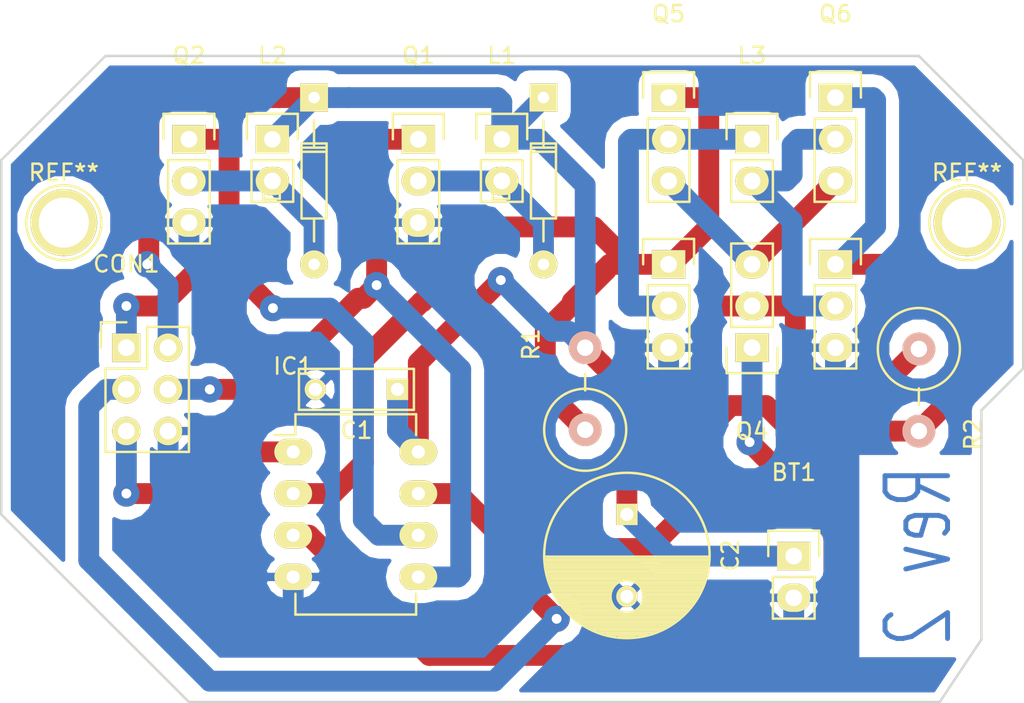
<source format=kicad_pcb>
(kicad_pcb (version 4) (host pcbnew "(2015-12-07 BZR 6352)-product")

  (general
    (links 42)
    (no_connects 0)
    (area -0.075001 -43.64875 62.305001 0.158752)
    (thickness 1.6)
    (drawings 11)
    (tracks 177)
    (zones 0)
    (modules 21)
    (nets 14)
  )

  (page A4)
  (layers
    (0 F.Cu signal)
    (31 B.Cu signal)
    (32 B.Adhes user)
    (33 F.Adhes user)
    (34 B.Paste user)
    (35 F.Paste user)
    (36 B.SilkS user)
    (37 F.SilkS user)
    (38 B.Mask user)
    (39 F.Mask user)
    (40 Dwgs.User user)
    (41 Cmts.User user)
    (42 Eco1.User user)
    (43 Eco2.User user)
    (44 Edge.Cuts user)
    (45 Margin user)
    (46 B.CrtYd user)
    (47 F.CrtYd user)
    (48 B.Fab user)
    (49 F.Fab user)
  )

  (setup
    (last_trace_width 0.508)
    (user_trace_width 0.381)
    (user_trace_width 0.4318)
    (user_trace_width 0.508)
    (user_trace_width 0.635)
    (user_trace_width 1.27)
    (trace_clearance 0.79375)
    (zone_clearance 0.508)
    (zone_45_only no)
    (trace_min 0.007874)
    (segment_width 0.2)
    (edge_width 0.15)
    (via_size 1.6)
    (via_drill 0.6)
    (via_min_size 0.015748)
    (via_min_drill 0.3)
    (uvia_size 0.3)
    (uvia_drill 0.1)
    (uvias_allowed no)
    (uvia_min_size 0)
    (uvia_min_drill 0)
    (pcb_text_width 0.3)
    (pcb_text_size 1.5 1.5)
    (mod_edge_width 0.15)
    (mod_text_size 1 1)
    (mod_text_width 0.15)
    (pad_size 1.524 1.524)
    (pad_drill 0.762)
    (pad_to_mask_clearance 0.2)
    (aux_axis_origin 0 0)
    (visible_elements FFFFFF7F)
    (pcbplotparams
      (layerselection 0x01000_80000001)
      (usegerberextensions false)
      (excludeedgelayer true)
      (linewidth 0.100000)
      (plotframeref false)
      (viasonmask false)
      (mode 1)
      (useauxorigin false)
      (hpglpennumber 1)
      (hpglpenspeed 20)
      (hpglpendiameter 15)
      (hpglpenoverlay 2)
      (psnegative false)
      (psa4output false)
      (plotreference true)
      (plotvalue true)
      (plotinvisibletext false)
      (padsonsilk false)
      (subtractmaskfromsilk false)
      (outputformat 1)
      (mirror false)
      (drillshape 0)
      (scaleselection 1)
      (outputdirectory ""))
  )

  (net 0 "")
  (net 1 +3V3)
  (net 2 GND)
  (net 3 PWM1)
  (net 4 PWM0)
  (net 5 RST)
  (net 6 "Net-(D1-Pad2)")
  (net 7 "Net-(D2-Pad2)")
  (net 8 PWM2)
  (net 9 LeftGate1)
  (net 10 LeftGate0)
  (net 11 "Net-(L3-Pad1)")
  (net 12 "Net-(L3-Pad2)")
  (net 13 "Net-(Q4-Pad3)")

  (net_class Default "This is the default net class."
    (clearance 0.79375)
    (trace_width 0.508)
    (via_dia 1.6)
    (via_drill 0.6)
    (uvia_dia 0.3)
    (uvia_drill 0.1)
    (add_net +3V3)
    (add_net GND)
    (add_net LeftGate0)
    (add_net LeftGate1)
    (add_net "Net-(D1-Pad2)")
    (add_net "Net-(D2-Pad2)")
    (add_net "Net-(L3-Pad1)")
    (add_net "Net-(L3-Pad2)")
    (add_net "Net-(Q4-Pad3)")
    (add_net PWM0)
    (add_net PWM1)
    (add_net PWM2)
    (add_net RST)
  )

  (module Pin_Headers:Pin_Header_Straight_1x02 (layer F.Cu) (tedit 56C9D273) (tstamp 56C3DA64)
    (at 48.26 -8.89)
    (descr "Through hole pin header")
    (tags "pin header")
    (path /56C3D690)
    (fp_text reference BT1 (at 0 -5.1) (layer F.SilkS)
      (effects (font (size 1 1) (thickness 0.15)))
    )
    (fp_text value Battery (at 0 -3.1) (layer F.Fab)
      (effects (font (size 1 1) (thickness 0.15)))
    )
    (fp_line (start 1.27 1.27) (end 1.27 3.81) (layer F.SilkS) (width 0.15))
    (fp_line (start 1.55 -1.55) (end 1.55 0) (layer F.SilkS) (width 0.15))
    (fp_line (start -1.75 -1.75) (end -1.75 4.3) (layer F.CrtYd) (width 0.05))
    (fp_line (start 1.75 -1.75) (end 1.75 4.3) (layer F.CrtYd) (width 0.05))
    (fp_line (start -1.75 -1.75) (end 1.75 -1.75) (layer F.CrtYd) (width 0.05))
    (fp_line (start -1.75 4.3) (end 1.75 4.3) (layer F.CrtYd) (width 0.05))
    (fp_line (start 1.27 1.27) (end -1.27 1.27) (layer F.SilkS) (width 0.15))
    (fp_line (start -1.55 0) (end -1.55 -1.55) (layer F.SilkS) (width 0.15))
    (fp_line (start -1.55 -1.55) (end 1.55 -1.55) (layer F.SilkS) (width 0.15))
    (fp_line (start -1.27 1.27) (end -1.27 3.81) (layer F.SilkS) (width 0.15))
    (fp_line (start -1.27 3.81) (end 1.27 3.81) (layer F.SilkS) (width 0.15))
    (pad 1 thru_hole rect (at 0 0) (size 2.032 1.72) (drill 1.016) (layers *.Cu *.Mask F.SilkS)
      (net 1 +3V3))
    (pad 2 thru_hole oval (at 0 2.54) (size 2.032 1.72) (drill 1.016) (layers *.Cu *.Mask F.SilkS)
      (net 2 GND))
    (model Pin_Headers.3dshapes/Pin_Header_Straight_1x02.wrl
      (at (xyz 0 -0.05 0))
      (scale (xyz 1 1 1))
      (rotate (xyz 0 0 90))
    )
  )

  (module Pin_Headers:Pin_Header_Straight_2x03 (layer F.Cu) (tedit 54EA0A4B) (tstamp 56C3DA6E)
    (at 7.62 -21.59)
    (descr "Through hole pin header")
    (tags "pin header")
    (path /56C410D6)
    (fp_text reference CON1 (at 0 -5.1) (layer F.SilkS)
      (effects (font (size 1 1) (thickness 0.15)))
    )
    (fp_text value AVR-ISP-6 (at 0 -3.1) (layer F.Fab)
      (effects (font (size 1 1) (thickness 0.15)))
    )
    (fp_line (start -1.27 1.27) (end -1.27 6.35) (layer F.SilkS) (width 0.15))
    (fp_line (start -1.55 -1.55) (end 0 -1.55) (layer F.SilkS) (width 0.15))
    (fp_line (start -1.75 -1.75) (end -1.75 6.85) (layer F.CrtYd) (width 0.05))
    (fp_line (start 4.3 -1.75) (end 4.3 6.85) (layer F.CrtYd) (width 0.05))
    (fp_line (start -1.75 -1.75) (end 4.3 -1.75) (layer F.CrtYd) (width 0.05))
    (fp_line (start -1.75 6.85) (end 4.3 6.85) (layer F.CrtYd) (width 0.05))
    (fp_line (start 1.27 -1.27) (end 1.27 1.27) (layer F.SilkS) (width 0.15))
    (fp_line (start 1.27 1.27) (end -1.27 1.27) (layer F.SilkS) (width 0.15))
    (fp_line (start -1.27 6.35) (end 3.81 6.35) (layer F.SilkS) (width 0.15))
    (fp_line (start 3.81 6.35) (end 3.81 1.27) (layer F.SilkS) (width 0.15))
    (fp_line (start -1.55 -1.55) (end -1.55 0) (layer F.SilkS) (width 0.15))
    (fp_line (start 3.81 -1.27) (end 1.27 -1.27) (layer F.SilkS) (width 0.15))
    (fp_line (start 3.81 1.27) (end 3.81 -1.27) (layer F.SilkS) (width 0.15))
    (pad 1 thru_hole rect (at 0 0) (size 1.7272 1.7272) (drill 1.016) (layers *.Cu *.Mask F.SilkS)
      (net 3 PWM1))
    (pad 2 thru_hole oval (at 2.54 0) (size 1.7272 1.7272) (drill 1.016) (layers *.Cu *.Mask F.SilkS)
      (net 1 +3V3))
    (pad 3 thru_hole oval (at 0 2.54) (size 1.7272 1.7272) (drill 1.016) (layers *.Cu *.Mask F.SilkS)
      (net 9 LeftGate1))
    (pad 4 thru_hole oval (at 2.54 2.54) (size 1.7272 1.7272) (drill 1.016) (layers *.Cu *.Mask F.SilkS)
      (net 4 PWM0))
    (pad 5 thru_hole oval (at 0 5.08) (size 1.7272 1.7272) (drill 1.016) (layers *.Cu *.Mask F.SilkS)
      (net 5 RST))
    (pad 6 thru_hole oval (at 2.54 5.08) (size 1.7272 1.7272) (drill 1.016) (layers *.Cu *.Mask F.SilkS)
      (net 2 GND))
    (model Pin_Headers.3dshapes/Pin_Header_Straight_2x03.wrl
      (at (xyz 0.05 -0.1 0))
      (scale (xyz 1 1 1))
      (rotate (xyz 0 0 90))
    )
  )

  (module Diodes_ThroughHole:Diode_DO-35_SOD27_Horizontal_RM10 (layer F.Cu) (tedit 552FFC30) (tstamp 56C3DA74)
    (at 33.01746 -36.83052 270)
    (descr "Diode, DO-35,  SOD27, Horizontal, RM 10mm")
    (tags "Diode, DO-35, SOD27, Horizontal, RM 10mm, 1N4148,")
    (path /56C3EEA7)
    (fp_text reference D1 (at 5.43052 2.53746 270) (layer F.SilkS)
      (effects (font (size 1 1) (thickness 0.15)))
    )
    (fp_text value D (at 4.41452 -3.55854 270) (layer F.Fab)
      (effects (font (size 1 1) (thickness 0.15)))
    )
    (fp_line (start 7.36652 -0.00254) (end 8.76352 -0.00254) (layer F.SilkS) (width 0.15))
    (fp_line (start 2.92152 -0.00254) (end 1.39752 -0.00254) (layer F.SilkS) (width 0.15))
    (fp_line (start 3.30252 -0.76454) (end 3.30252 0.75946) (layer F.SilkS) (width 0.15))
    (fp_line (start 3.04852 -0.76454) (end 3.04852 0.75946) (layer F.SilkS) (width 0.15))
    (fp_line (start 2.79452 -0.00254) (end 2.79452 0.75946) (layer F.SilkS) (width 0.15))
    (fp_line (start 2.79452 0.75946) (end 7.36652 0.75946) (layer F.SilkS) (width 0.15))
    (fp_line (start 7.36652 0.75946) (end 7.36652 -0.76454) (layer F.SilkS) (width 0.15))
    (fp_line (start 7.36652 -0.76454) (end 2.79452 -0.76454) (layer F.SilkS) (width 0.15))
    (fp_line (start 2.79452 -0.76454) (end 2.79452 -0.00254) (layer F.SilkS) (width 0.15))
    (pad 2 thru_hole circle (at 10.16052 -0.00254 90) (size 1.69926 1.69926) (drill 0.70104) (layers *.Cu *.Mask F.SilkS)
      (net 6 "Net-(D1-Pad2)"))
    (pad 1 thru_hole rect (at 0.00052 -0.00254 90) (size 1.69926 1.69926) (drill 0.70104) (layers *.Cu *.Mask F.SilkS)
      (net 1 +3V3))
    (model Diodes_ThroughHole.3dshapes/Diode_DO-35_SOD27_Horizontal_RM10.wrl
      (at (xyz 0.2 0 0))
      (scale (xyz 0.4 0.4 0.4))
      (rotate (xyz 0 0 180))
    )
  )

  (module Diodes_ThroughHole:Diode_DO-35_SOD27_Horizontal_RM10 (layer F.Cu) (tedit 552FFC30) (tstamp 56C3DA7A)
    (at 19.04746 -36.83052 270)
    (descr "Diode, DO-35,  SOD27, Horizontal, RM 10mm")
    (tags "Diode, DO-35, SOD27, Horizontal, RM 10mm, 1N4148,")
    (path /56C3EAF4)
    (fp_text reference D2 (at 5.43052 2.53746 270) (layer F.SilkS)
      (effects (font (size 1 1) (thickness 0.15)))
    )
    (fp_text value D (at 4.41452 -3.55854 270) (layer F.Fab)
      (effects (font (size 1 1) (thickness 0.15)))
    )
    (fp_line (start 7.36652 -0.00254) (end 8.76352 -0.00254) (layer F.SilkS) (width 0.15))
    (fp_line (start 2.92152 -0.00254) (end 1.39752 -0.00254) (layer F.SilkS) (width 0.15))
    (fp_line (start 3.30252 -0.76454) (end 3.30252 0.75946) (layer F.SilkS) (width 0.15))
    (fp_line (start 3.04852 -0.76454) (end 3.04852 0.75946) (layer F.SilkS) (width 0.15))
    (fp_line (start 2.79452 -0.00254) (end 2.79452 0.75946) (layer F.SilkS) (width 0.15))
    (fp_line (start 2.79452 0.75946) (end 7.36652 0.75946) (layer F.SilkS) (width 0.15))
    (fp_line (start 7.36652 0.75946) (end 7.36652 -0.76454) (layer F.SilkS) (width 0.15))
    (fp_line (start 7.36652 -0.76454) (end 2.79452 -0.76454) (layer F.SilkS) (width 0.15))
    (fp_line (start 2.79452 -0.76454) (end 2.79452 -0.00254) (layer F.SilkS) (width 0.15))
    (pad 2 thru_hole circle (at 10.16052 -0.00254 90) (size 1.69926 1.69926) (drill 0.70104) (layers *.Cu *.Mask F.SilkS)
      (net 7 "Net-(D2-Pad2)"))
    (pad 1 thru_hole rect (at 0.00052 -0.00254 90) (size 1.69926 1.69926) (drill 0.70104) (layers *.Cu *.Mask F.SilkS)
      (net 1 +3V3))
    (model Diodes_ThroughHole.3dshapes/Diode_DO-35_SOD27_Horizontal_RM10.wrl
      (at (xyz 0.2 0 0))
      (scale (xyz 0.4 0.4 0.4))
      (rotate (xyz 0 0 180))
    )
  )

  (module Housings_DIP:DIP-8_W7.62mm_LongPads (layer F.Cu) (tedit 54130A77) (tstamp 56C3DA8C)
    (at 17.78 -15.24)
    (descr "8-lead dip package, row spacing 7.62 mm (300 mils), longer pads")
    (tags "dil dip 2.54 300")
    (path /56C3D386)
    (fp_text reference IC1 (at 0 -5.22) (layer F.SilkS)
      (effects (font (size 1 1) (thickness 0.15)))
    )
    (fp_text value ATTINY45-P (at 0 -3.72) (layer F.Fab)
      (effects (font (size 1 1) (thickness 0.15)))
    )
    (fp_line (start -1.4 -2.45) (end -1.4 10.1) (layer F.CrtYd) (width 0.05))
    (fp_line (start 9 -2.45) (end 9 10.1) (layer F.CrtYd) (width 0.05))
    (fp_line (start -1.4 -2.45) (end 9 -2.45) (layer F.CrtYd) (width 0.05))
    (fp_line (start -1.4 10.1) (end 9 10.1) (layer F.CrtYd) (width 0.05))
    (fp_line (start 0.135 -2.295) (end 0.135 -1.025) (layer F.SilkS) (width 0.15))
    (fp_line (start 7.485 -2.295) (end 7.485 -1.025) (layer F.SilkS) (width 0.15))
    (fp_line (start 7.485 9.915) (end 7.485 8.645) (layer F.SilkS) (width 0.15))
    (fp_line (start 0.135 9.915) (end 0.135 8.645) (layer F.SilkS) (width 0.15))
    (fp_line (start 0.135 -2.295) (end 7.485 -2.295) (layer F.SilkS) (width 0.15))
    (fp_line (start 0.135 9.915) (end 7.485 9.915) (layer F.SilkS) (width 0.15))
    (fp_line (start 0.135 -1.025) (end -1.15 -1.025) (layer F.SilkS) (width 0.15))
    (pad 1 thru_hole oval (at 0 0) (size 2.3 1.6) (drill 0.8) (layers *.Cu *.Mask F.SilkS)
      (net 5 RST))
    (pad 2 thru_hole oval (at 0 2.54) (size 2.3 1.6) (drill 0.8) (layers *.Cu *.Mask F.SilkS)
      (net 10 LeftGate0))
    (pad 3 thru_hole oval (at 0 5.08) (size 2.3 1.6) (drill 0.8) (layers *.Cu *.Mask F.SilkS)
      (net 8 PWM2))
    (pad 4 thru_hole oval (at 0 7.62) (size 2.3 1.6) (drill 0.8) (layers *.Cu *.Mask F.SilkS)
      (net 2 GND))
    (pad 5 thru_hole oval (at 7.62 7.62) (size 2.3 1.6) (drill 0.8) (layers *.Cu *.Mask F.SilkS)
      (net 4 PWM0))
    (pad 6 thru_hole oval (at 7.62 5.08) (size 2.3 1.6) (drill 0.8) (layers *.Cu *.Mask F.SilkS)
      (net 3 PWM1))
    (pad 7 thru_hole oval (at 7.62 2.54) (size 2.3 1.6) (drill 0.8) (layers *.Cu *.Mask F.SilkS)
      (net 9 LeftGate1))
    (pad 8 thru_hole oval (at 7.62 0) (size 2.3 1.6) (drill 0.8) (layers *.Cu *.Mask F.SilkS)
      (net 1 +3V3))
    (model Housings_DIP.3dshapes/DIP-8_W7.62mm_LongPads.wrl
      (at (xyz 0 0 0))
      (scale (xyz 1 1 1))
      (rotate (xyz 0 0 0))
    )
  )

  (module Pin_Headers:Pin_Header_Straight_1x02 (layer F.Cu) (tedit 56C9D250) (tstamp 56C3DA92)
    (at 30.48 -34.29)
    (descr "Through hole pin header")
    (tags "pin header")
    (path /56C3EE92)
    (fp_text reference L1 (at 0 -5.1) (layer F.SilkS)
      (effects (font (size 1 1) (thickness 0.15)))
    )
    (fp_text value VertMotor (at 0 -3.1) (layer F.Fab)
      (effects (font (size 1 1) (thickness 0.15)))
    )
    (fp_line (start 1.27 1.27) (end 1.27 3.81) (layer F.SilkS) (width 0.15))
    (fp_line (start 1.55 -1.55) (end 1.55 0) (layer F.SilkS) (width 0.15))
    (fp_line (start -1.75 -1.75) (end -1.75 4.3) (layer F.CrtYd) (width 0.05))
    (fp_line (start 1.75 -1.75) (end 1.75 4.3) (layer F.CrtYd) (width 0.05))
    (fp_line (start -1.75 -1.75) (end 1.75 -1.75) (layer F.CrtYd) (width 0.05))
    (fp_line (start -1.75 4.3) (end 1.75 4.3) (layer F.CrtYd) (width 0.05))
    (fp_line (start 1.27 1.27) (end -1.27 1.27) (layer F.SilkS) (width 0.15))
    (fp_line (start -1.55 0) (end -1.55 -1.55) (layer F.SilkS) (width 0.15))
    (fp_line (start -1.55 -1.55) (end 1.55 -1.55) (layer F.SilkS) (width 0.15))
    (fp_line (start -1.27 1.27) (end -1.27 3.81) (layer F.SilkS) (width 0.15))
    (fp_line (start -1.27 3.81) (end 1.27 3.81) (layer F.SilkS) (width 0.15))
    (pad 1 thru_hole rect (at 0 0) (size 2.032 1.72) (drill 1.016) (layers *.Cu *.Mask F.SilkS)
      (net 1 +3V3))
    (pad 2 thru_hole oval (at 0 2.54) (size 2.032 1.72) (drill 1.016) (layers *.Cu *.Mask F.SilkS)
      (net 6 "Net-(D1-Pad2)"))
    (model Pin_Headers.3dshapes/Pin_Header_Straight_1x02.wrl
      (at (xyz 0 -0.05 0))
      (scale (xyz 1 1 1))
      (rotate (xyz 0 0 90))
    )
  )

  (module Pin_Headers:Pin_Header_Straight_1x02 (layer F.Cu) (tedit 56C9D23D) (tstamp 56C3DA98)
    (at 16.51 -34.29)
    (descr "Through hole pin header")
    (tags "pin header")
    (path /56C3E7F6)
    (fp_text reference L2 (at 0 -5.1) (layer F.SilkS)
      (effects (font (size 1 1) (thickness 0.15)))
    )
    (fp_text value RightMotor (at 0 -3.1) (layer F.Fab)
      (effects (font (size 1 1) (thickness 0.15)))
    )
    (fp_line (start 1.27 1.27) (end 1.27 3.81) (layer F.SilkS) (width 0.15))
    (fp_line (start 1.55 -1.55) (end 1.55 0) (layer F.SilkS) (width 0.15))
    (fp_line (start -1.75 -1.75) (end -1.75 4.3) (layer F.CrtYd) (width 0.05))
    (fp_line (start 1.75 -1.75) (end 1.75 4.3) (layer F.CrtYd) (width 0.05))
    (fp_line (start -1.75 -1.75) (end 1.75 -1.75) (layer F.CrtYd) (width 0.05))
    (fp_line (start -1.75 4.3) (end 1.75 4.3) (layer F.CrtYd) (width 0.05))
    (fp_line (start 1.27 1.27) (end -1.27 1.27) (layer F.SilkS) (width 0.15))
    (fp_line (start -1.55 0) (end -1.55 -1.55) (layer F.SilkS) (width 0.15))
    (fp_line (start -1.55 -1.55) (end 1.55 -1.55) (layer F.SilkS) (width 0.15))
    (fp_line (start -1.27 1.27) (end -1.27 3.81) (layer F.SilkS) (width 0.15))
    (fp_line (start -1.27 3.81) (end 1.27 3.81) (layer F.SilkS) (width 0.15))
    (pad 1 thru_hole rect (at 0 0) (size 2.032 1.72) (drill 1) (layers *.Cu *.Mask F.SilkS)
      (net 1 +3V3))
    (pad 2 thru_hole oval (at 0 2.54) (size 2.032 1.72) (drill 1.016) (layers *.Cu *.Mask F.SilkS)
      (net 7 "Net-(D2-Pad2)"))
    (model Pin_Headers.3dshapes/Pin_Header_Straight_1x02.wrl
      (at (xyz 0 -0.05 0))
      (scale (xyz 1 1 1))
      (rotate (xyz 0 0 90))
    )
  )

  (module Pin_Headers:Pin_Header_Straight_1x02 (layer F.Cu) (tedit 56C9D261) (tstamp 56C3DA9E)
    (at 45.72 -34.29)
    (descr "Through hole pin header")
    (tags "pin header")
    (path /56C3ED23)
    (fp_text reference L3 (at 0 -5.1) (layer F.SilkS)
      (effects (font (size 1 1) (thickness 0.15)))
    )
    (fp_text value LeftMotor (at 0 -3.1) (layer F.Fab)
      (effects (font (size 1 1) (thickness 0.15)))
    )
    (fp_line (start 1.27 1.27) (end 1.27 3.81) (layer F.SilkS) (width 0.15))
    (fp_line (start 1.55 -1.55) (end 1.55 0) (layer F.SilkS) (width 0.15))
    (fp_line (start -1.75 -1.75) (end -1.75 4.3) (layer F.CrtYd) (width 0.05))
    (fp_line (start 1.75 -1.75) (end 1.75 4.3) (layer F.CrtYd) (width 0.05))
    (fp_line (start -1.75 -1.75) (end 1.75 -1.75) (layer F.CrtYd) (width 0.05))
    (fp_line (start -1.75 4.3) (end 1.75 4.3) (layer F.CrtYd) (width 0.05))
    (fp_line (start 1.27 1.27) (end -1.27 1.27) (layer F.SilkS) (width 0.15))
    (fp_line (start -1.55 0) (end -1.55 -1.55) (layer F.SilkS) (width 0.15))
    (fp_line (start -1.55 -1.55) (end 1.55 -1.55) (layer F.SilkS) (width 0.15))
    (fp_line (start -1.27 1.27) (end -1.27 3.81) (layer F.SilkS) (width 0.15))
    (fp_line (start -1.27 3.81) (end 1.27 3.81) (layer F.SilkS) (width 0.15))
    (pad 1 thru_hole rect (at 0 0) (size 2.032 1.72) (drill 1.016) (layers *.Cu *.Mask F.SilkS)
      (net 11 "Net-(L3-Pad1)"))
    (pad 2 thru_hole oval (at 0 2.54) (size 2.032 1.72) (drill 1.016) (layers *.Cu *.Mask F.SilkS)
      (net 12 "Net-(L3-Pad2)"))
    (model Pin_Headers.3dshapes/Pin_Header_Straight_1x02.wrl
      (at (xyz 0 -0.05 0))
      (scale (xyz 1 1 1))
      (rotate (xyz 0 0 90))
    )
  )

  (module Pin_Headers:Pin_Header_Straight_1x03 (layer F.Cu) (tedit 0) (tstamp 56C3DAAB)
    (at 25.4 -34.29)
    (descr "Through hole pin header")
    (tags "pin header")
    (path /56C3EE8C)
    (fp_text reference Q1 (at 0 -5.1) (layer F.SilkS)
      (effects (font (size 1 1) (thickness 0.15)))
    )
    (fp_text value Q_NMOS_GDS (at 0 -3.1) (layer F.Fab)
      (effects (font (size 1 1) (thickness 0.15)))
    )
    (fp_line (start -1.75 -1.75) (end -1.75 6.85) (layer F.CrtYd) (width 0.05))
    (fp_line (start 1.75 -1.75) (end 1.75 6.85) (layer F.CrtYd) (width 0.05))
    (fp_line (start -1.75 -1.75) (end 1.75 -1.75) (layer F.CrtYd) (width 0.05))
    (fp_line (start -1.75 6.85) (end 1.75 6.85) (layer F.CrtYd) (width 0.05))
    (fp_line (start -1.27 1.27) (end -1.27 6.35) (layer F.SilkS) (width 0.15))
    (fp_line (start -1.27 6.35) (end 1.27 6.35) (layer F.SilkS) (width 0.15))
    (fp_line (start 1.27 6.35) (end 1.27 1.27) (layer F.SilkS) (width 0.15))
    (fp_line (start 1.55 -1.55) (end 1.55 0) (layer F.SilkS) (width 0.15))
    (fp_line (start 1.27 1.27) (end -1.27 1.27) (layer F.SilkS) (width 0.15))
    (fp_line (start -1.55 0) (end -1.55 -1.55) (layer F.SilkS) (width 0.15))
    (fp_line (start -1.55 -1.55) (end 1.55 -1.55) (layer F.SilkS) (width 0.15))
    (pad 1 thru_hole rect (at 0 0) (size 2.032 1.7272) (drill 1.016) (layers *.Cu *.Mask F.SilkS)
      (net 4 PWM0))
    (pad 2 thru_hole oval (at 0 2.54) (size 2.032 1.7272) (drill 1.016) (layers *.Cu *.Mask F.SilkS)
      (net 6 "Net-(D1-Pad2)"))
    (pad 3 thru_hole oval (at 0 5.08) (size 2.032 1.7272) (drill 1.016) (layers *.Cu *.Mask F.SilkS)
      (net 2 GND))
    (model Pin_Headers.3dshapes/Pin_Header_Straight_1x03.wrl
      (at (xyz 0 -0.1 0))
      (scale (xyz 1 1 1))
      (rotate (xyz 0 0 90))
    )
  )

  (module Pin_Headers:Pin_Header_Straight_1x03 (layer F.Cu) (tedit 0) (tstamp 56C3DAB2)
    (at 11.43 -34.29)
    (descr "Through hole pin header")
    (tags "pin header")
    (path /56C3D496)
    (fp_text reference Q2 (at 0 -5.1) (layer F.SilkS)
      (effects (font (size 1 1) (thickness 0.15)))
    )
    (fp_text value Q_NMOS_GDS (at 0 -3.1) (layer F.Fab)
      (effects (font (size 1 1) (thickness 0.15)))
    )
    (fp_line (start -1.75 -1.75) (end -1.75 6.85) (layer F.CrtYd) (width 0.05))
    (fp_line (start 1.75 -1.75) (end 1.75 6.85) (layer F.CrtYd) (width 0.05))
    (fp_line (start -1.75 -1.75) (end 1.75 -1.75) (layer F.CrtYd) (width 0.05))
    (fp_line (start -1.75 6.85) (end 1.75 6.85) (layer F.CrtYd) (width 0.05))
    (fp_line (start -1.27 1.27) (end -1.27 6.35) (layer F.SilkS) (width 0.15))
    (fp_line (start -1.27 6.35) (end 1.27 6.35) (layer F.SilkS) (width 0.15))
    (fp_line (start 1.27 6.35) (end 1.27 1.27) (layer F.SilkS) (width 0.15))
    (fp_line (start 1.55 -1.55) (end 1.55 0) (layer F.SilkS) (width 0.15))
    (fp_line (start 1.27 1.27) (end -1.27 1.27) (layer F.SilkS) (width 0.15))
    (fp_line (start -1.55 0) (end -1.55 -1.55) (layer F.SilkS) (width 0.15))
    (fp_line (start -1.55 -1.55) (end 1.55 -1.55) (layer F.SilkS) (width 0.15))
    (pad 1 thru_hole rect (at 0 0) (size 2.032 1.7272) (drill 1.016) (layers *.Cu *.Mask F.SilkS)
      (net 3 PWM1))
    (pad 2 thru_hole oval (at 0 2.54) (size 2.032 1.7272) (drill 1.016) (layers *.Cu *.Mask F.SilkS)
      (net 7 "Net-(D2-Pad2)"))
    (pad 3 thru_hole oval (at 0 5.08) (size 2.032 1.7272) (drill 1.016) (layers *.Cu *.Mask F.SilkS)
      (net 2 GND))
    (model Pin_Headers.3dshapes/Pin_Header_Straight_1x03.wrl
      (at (xyz 0 -0.1 0))
      (scale (xyz 1 1 1))
      (rotate (xyz 0 0 90))
    )
  )

  (module Pin_Headers:Pin_Header_Straight_1x03 (layer F.Cu) (tedit 0) (tstamp 56C3DAB9)
    (at 40.64 -26.67)
    (descr "Through hole pin header")
    (tags "pin header")
    (path /56C3ED1D)
    (fp_text reference Q3 (at 0 -5.1) (layer F.SilkS)
      (effects (font (size 1 1) (thickness 0.15)))
    )
    (fp_text value Q_NMOS_GDS (at 0 -2.54) (layer F.Fab)
      (effects (font (size 1 1) (thickness 0.15)))
    )
    (fp_line (start -1.75 -1.75) (end -1.75 6.85) (layer F.CrtYd) (width 0.05))
    (fp_line (start 1.75 -1.75) (end 1.75 6.85) (layer F.CrtYd) (width 0.05))
    (fp_line (start -1.75 -1.75) (end 1.75 -1.75) (layer F.CrtYd) (width 0.05))
    (fp_line (start -1.75 6.85) (end 1.75 6.85) (layer F.CrtYd) (width 0.05))
    (fp_line (start -1.27 1.27) (end -1.27 6.35) (layer F.SilkS) (width 0.15))
    (fp_line (start -1.27 6.35) (end 1.27 6.35) (layer F.SilkS) (width 0.15))
    (fp_line (start 1.27 6.35) (end 1.27 1.27) (layer F.SilkS) (width 0.15))
    (fp_line (start 1.55 -1.55) (end 1.55 0) (layer F.SilkS) (width 0.15))
    (fp_line (start 1.27 1.27) (end -1.27 1.27) (layer F.SilkS) (width 0.15))
    (fp_line (start -1.55 0) (end -1.55 -1.55) (layer F.SilkS) (width 0.15))
    (fp_line (start -1.55 -1.55) (end 1.55 -1.55) (layer F.SilkS) (width 0.15))
    (pad 1 thru_hole rect (at 0 0) (size 2.032 1.7272) (drill 1.016) (layers *.Cu *.Mask F.SilkS)
      (net 10 LeftGate0))
    (pad 2 thru_hole oval (at 0 2.54) (size 2.032 1.7272) (drill 1.016) (layers *.Cu *.Mask F.SilkS)
      (net 11 "Net-(L3-Pad1)"))
    (pad 3 thru_hole oval (at 0 5.08) (size 2.032 1.7272) (drill 1.016) (layers *.Cu *.Mask F.SilkS)
      (net 2 GND))
    (model Pin_Headers.3dshapes/Pin_Header_Straight_1x03.wrl
      (at (xyz 0 -0.1 0))
      (scale (xyz 1 1 1))
      (rotate (xyz 0 0 90))
    )
  )

  (module Connect:1pin (layer F.Cu) (tedit 0) (tstamp 56C3DB5F)
    (at 3.81 -29.21)
    (descr "module 1 pin (ou trou mecanique de percage)")
    (tags DEV)
    (fp_text reference REF** (at 0 -3.048) (layer F.SilkS)
      (effects (font (size 1 1) (thickness 0.15)))
    )
    (fp_text value 1pin (at 0 2.794) (layer F.Fab)
      (effects (font (size 1 1) (thickness 0.15)))
    )
    (fp_circle (center 0 0) (end 0 -2.286) (layer F.SilkS) (width 0.15))
    (pad 1 thru_hole circle (at 0 0) (size 4.064 4.064) (drill 3.048) (layers *.Cu *.Mask F.SilkS))
  )

  (module Connect:1pin (layer F.Cu) (tedit 0) (tstamp 56C3DB61)
    (at 58.81 -29.21)
    (descr "module 1 pin (ou trou mecanique de percage)")
    (tags DEV)
    (fp_text reference REF** (at 0 -3.048) (layer F.SilkS)
      (effects (font (size 1 1) (thickness 0.15)))
    )
    (fp_text value 1pin (at 0 2.794) (layer F.Fab)
      (effects (font (size 1 1) (thickness 0.15)))
    )
    (fp_circle (center 0 0) (end 0 -2.286) (layer F.SilkS) (width 0.15))
    (pad 1 thru_hole circle (at 0 0) (size 4.064 4.064) (drill 3.048) (layers *.Cu *.Mask F.SilkS))
  )

  (module Capacitors_ThroughHole:C_Rect_L7_W2.5_P5 (layer F.Cu) (tedit 0) (tstamp 56C3DC96)
    (at 24.13 -19.05 180)
    (descr "Film Capacitor Length 7mm x Width 2.5mm, Pitch 5mm")
    (tags Capacitor)
    (path /56C41FEF)
    (fp_text reference C1 (at 2.5 -2.5 180) (layer F.SilkS)
      (effects (font (size 1 1) (thickness 0.15)))
    )
    (fp_text value .1u (at 2.5 2.5 180) (layer F.Fab)
      (effects (font (size 1 1) (thickness 0.15)))
    )
    (fp_line (start -1.25 -1.5) (end 6.25 -1.5) (layer F.CrtYd) (width 0.05))
    (fp_line (start 6.25 -1.5) (end 6.25 1.5) (layer F.CrtYd) (width 0.05))
    (fp_line (start 6.25 1.5) (end -1.25 1.5) (layer F.CrtYd) (width 0.05))
    (fp_line (start -1.25 1.5) (end -1.25 -1.5) (layer F.CrtYd) (width 0.05))
    (fp_line (start -1 -1.25) (end 6 -1.25) (layer F.SilkS) (width 0.15))
    (fp_line (start 6 -1.25) (end 6 1.25) (layer F.SilkS) (width 0.15))
    (fp_line (start 6 1.25) (end -1 1.25) (layer F.SilkS) (width 0.15))
    (fp_line (start -1 1.25) (end -1 -1.25) (layer F.SilkS) (width 0.15))
    (pad 1 thru_hole rect (at 0 0 180) (size 1.3 1.3) (drill 0.8) (layers *.Cu *.Mask F.SilkS)
      (net 1 +3V3))
    (pad 2 thru_hole circle (at 5 0 180) (size 1.3 1.3) (drill 0.8) (layers *.Cu *.Mask F.SilkS)
      (net 2 GND))
  )

  (module Capacitors_ThroughHole:C_Radial_D10_L13_P5 (layer F.Cu) (tedit 0) (tstamp 56C9CB38)
    (at 38.1 -11.43 270)
    (descr "Radial Electrolytic Capacitor Diameter 10mm x Length 13mm, Pitch 5mm")
    (tags "Electrolytic Capacitor")
    (path /56C9C2F2)
    (fp_text reference C2 (at 2.5 -6.3 270) (layer F.SilkS)
      (effects (font (size 1 1) (thickness 0.15)))
    )
    (fp_text value 470u (at 2.5 6.3 270) (layer F.Fab)
      (effects (font (size 1 1) (thickness 0.15)))
    )
    (fp_line (start 2.575 -4.999) (end 2.575 4.999) (layer F.SilkS) (width 0.15))
    (fp_line (start 2.715 -4.995) (end 2.715 4.995) (layer F.SilkS) (width 0.15))
    (fp_line (start 2.855 -4.987) (end 2.855 4.987) (layer F.SilkS) (width 0.15))
    (fp_line (start 2.995 -4.975) (end 2.995 4.975) (layer F.SilkS) (width 0.15))
    (fp_line (start 3.135 -4.96) (end 3.135 4.96) (layer F.SilkS) (width 0.15))
    (fp_line (start 3.275 -4.94) (end 3.275 4.94) (layer F.SilkS) (width 0.15))
    (fp_line (start 3.415 -4.916) (end 3.415 4.916) (layer F.SilkS) (width 0.15))
    (fp_line (start 3.555 -4.887) (end 3.555 4.887) (layer F.SilkS) (width 0.15))
    (fp_line (start 3.695 -4.855) (end 3.695 4.855) (layer F.SilkS) (width 0.15))
    (fp_line (start 3.835 -4.818) (end 3.835 4.818) (layer F.SilkS) (width 0.15))
    (fp_line (start 3.975 -4.777) (end 3.975 4.777) (layer F.SilkS) (width 0.15))
    (fp_line (start 4.115 -4.732) (end 4.115 -0.466) (layer F.SilkS) (width 0.15))
    (fp_line (start 4.115 0.466) (end 4.115 4.732) (layer F.SilkS) (width 0.15))
    (fp_line (start 4.255 -4.682) (end 4.255 -0.667) (layer F.SilkS) (width 0.15))
    (fp_line (start 4.255 0.667) (end 4.255 4.682) (layer F.SilkS) (width 0.15))
    (fp_line (start 4.395 -4.627) (end 4.395 -0.796) (layer F.SilkS) (width 0.15))
    (fp_line (start 4.395 0.796) (end 4.395 4.627) (layer F.SilkS) (width 0.15))
    (fp_line (start 4.535 -4.567) (end 4.535 -0.885) (layer F.SilkS) (width 0.15))
    (fp_line (start 4.535 0.885) (end 4.535 4.567) (layer F.SilkS) (width 0.15))
    (fp_line (start 4.675 -4.502) (end 4.675 -0.946) (layer F.SilkS) (width 0.15))
    (fp_line (start 4.675 0.946) (end 4.675 4.502) (layer F.SilkS) (width 0.15))
    (fp_line (start 4.815 -4.432) (end 4.815 -0.983) (layer F.SilkS) (width 0.15))
    (fp_line (start 4.815 0.983) (end 4.815 4.432) (layer F.SilkS) (width 0.15))
    (fp_line (start 4.955 -4.356) (end 4.955 -0.999) (layer F.SilkS) (width 0.15))
    (fp_line (start 4.955 0.999) (end 4.955 4.356) (layer F.SilkS) (width 0.15))
    (fp_line (start 5.095 -4.274) (end 5.095 -0.995) (layer F.SilkS) (width 0.15))
    (fp_line (start 5.095 0.995) (end 5.095 4.274) (layer F.SilkS) (width 0.15))
    (fp_line (start 5.235 -4.186) (end 5.235 -0.972) (layer F.SilkS) (width 0.15))
    (fp_line (start 5.235 0.972) (end 5.235 4.186) (layer F.SilkS) (width 0.15))
    (fp_line (start 5.375 -4.091) (end 5.375 -0.927) (layer F.SilkS) (width 0.15))
    (fp_line (start 5.375 0.927) (end 5.375 4.091) (layer F.SilkS) (width 0.15))
    (fp_line (start 5.515 -3.989) (end 5.515 -0.857) (layer F.SilkS) (width 0.15))
    (fp_line (start 5.515 0.857) (end 5.515 3.989) (layer F.SilkS) (width 0.15))
    (fp_line (start 5.655 -3.879) (end 5.655 -0.756) (layer F.SilkS) (width 0.15))
    (fp_line (start 5.655 0.756) (end 5.655 3.879) (layer F.SilkS) (width 0.15))
    (fp_line (start 5.795 -3.761) (end 5.795 -0.607) (layer F.SilkS) (width 0.15))
    (fp_line (start 5.795 0.607) (end 5.795 3.761) (layer F.SilkS) (width 0.15))
    (fp_line (start 5.935 -3.633) (end 5.935 -0.355) (layer F.SilkS) (width 0.15))
    (fp_line (start 5.935 0.355) (end 5.935 3.633) (layer F.SilkS) (width 0.15))
    (fp_line (start 6.075 -3.496) (end 6.075 3.496) (layer F.SilkS) (width 0.15))
    (fp_line (start 6.215 -3.346) (end 6.215 3.346) (layer F.SilkS) (width 0.15))
    (fp_line (start 6.355 -3.184) (end 6.355 3.184) (layer F.SilkS) (width 0.15))
    (fp_line (start 6.495 -3.007) (end 6.495 3.007) (layer F.SilkS) (width 0.15))
    (fp_line (start 6.635 -2.811) (end 6.635 2.811) (layer F.SilkS) (width 0.15))
    (fp_line (start 6.775 -2.593) (end 6.775 2.593) (layer F.SilkS) (width 0.15))
    (fp_line (start 6.915 -2.347) (end 6.915 2.347) (layer F.SilkS) (width 0.15))
    (fp_line (start 7.055 -2.062) (end 7.055 2.062) (layer F.SilkS) (width 0.15))
    (fp_line (start 7.195 -1.72) (end 7.195 1.72) (layer F.SilkS) (width 0.15))
    (fp_line (start 7.335 -1.274) (end 7.335 1.274) (layer F.SilkS) (width 0.15))
    (fp_line (start 7.475 -0.499) (end 7.475 0.499) (layer F.SilkS) (width 0.15))
    (fp_circle (center 5 0) (end 5 -1) (layer F.SilkS) (width 0.15))
    (fp_circle (center 2.5 0) (end 2.5 -5.0375) (layer F.SilkS) (width 0.15))
    (fp_circle (center 2.5 0) (end 2.5 -5.3) (layer F.CrtYd) (width 0.05))
    (pad 1 thru_hole rect (at 0 0 270) (size 1.3 1.3) (drill 0.8) (layers *.Cu *.Mask F.SilkS)
      (net 1 +3V3))
    (pad 2 thru_hole circle (at 5 0 270) (size 1.3 1.3) (drill 0.8) (layers *.Cu *.Mask F.SilkS)
      (net 2 GND))
    (model Capacitors_ThroughHole.3dshapes/C_Radial_D10_L13_P5.wrl
      (at (xyz 0.0984252 0 0))
      (scale (xyz 1 1 1))
      (rotate (xyz 0 0 90))
    )
  )

  (module Pin_Headers:Pin_Header_Straight_1x03 (layer F.Cu) (tedit 0) (tstamp 56C9CBB2)
    (at 45.72 -21.59 180)
    (descr "Through hole pin header")
    (tags "pin header")
    (path /56C9E9F6)
    (fp_text reference Q4 (at 0 -5.1 180) (layer F.SilkS)
      (effects (font (size 1 1) (thickness 0.15)))
    )
    (fp_text value Q_PMOS_GDS (at 0 -3.1 180) (layer F.Fab)
      (effects (font (size 1 1) (thickness 0.15)))
    )
    (fp_line (start -1.75 -1.75) (end -1.75 6.85) (layer F.CrtYd) (width 0.05))
    (fp_line (start 1.75 -1.75) (end 1.75 6.85) (layer F.CrtYd) (width 0.05))
    (fp_line (start -1.75 -1.75) (end 1.75 -1.75) (layer F.CrtYd) (width 0.05))
    (fp_line (start -1.75 6.85) (end 1.75 6.85) (layer F.CrtYd) (width 0.05))
    (fp_line (start -1.27 1.27) (end -1.27 6.35) (layer F.SilkS) (width 0.15))
    (fp_line (start -1.27 6.35) (end 1.27 6.35) (layer F.SilkS) (width 0.15))
    (fp_line (start 1.27 6.35) (end 1.27 1.27) (layer F.SilkS) (width 0.15))
    (fp_line (start 1.55 -1.55) (end 1.55 0) (layer F.SilkS) (width 0.15))
    (fp_line (start 1.27 1.27) (end -1.27 1.27) (layer F.SilkS) (width 0.15))
    (fp_line (start -1.55 0) (end -1.55 -1.55) (layer F.SilkS) (width 0.15))
    (fp_line (start -1.55 -1.55) (end 1.55 -1.55) (layer F.SilkS) (width 0.15))
    (pad 1 thru_hole rect (at 0 0 180) (size 2.032 1.7272) (drill 1.016) (layers *.Cu *.Mask F.SilkS)
      (net 8 PWM2))
    (pad 2 thru_hole oval (at 0 2.54 180) (size 2.032 1.7272) (drill 1.016) (layers *.Cu *.Mask F.SilkS)
      (net 1 +3V3))
    (pad 3 thru_hole oval (at 0 5.08 180) (size 2.032 1.7272) (drill 1.016) (layers *.Cu *.Mask F.SilkS)
      (net 13 "Net-(Q4-Pad3)"))
    (model Pin_Headers.3dshapes/Pin_Header_Straight_1x03.wrl
      (at (xyz 0 -0.1 0))
      (scale (xyz 1 1 1))
      (rotate (xyz 0 0 90))
    )
  )

  (module Pin_Headers:Pin_Header_Straight_1x03 (layer F.Cu) (tedit 0) (tstamp 56C9CBB9)
    (at 40.64 -36.83)
    (descr "Through hole pin header")
    (tags "pin header")
    (path /56C9F2AF)
    (fp_text reference Q5 (at 0 -5.1) (layer F.SilkS)
      (effects (font (size 1 1) (thickness 0.15)))
    )
    (fp_text value Q_PMOS_GDS (at 0 -3.1) (layer F.Fab)
      (effects (font (size 1 1) (thickness 0.15)))
    )
    (fp_line (start -1.75 -1.75) (end -1.75 6.85) (layer F.CrtYd) (width 0.05))
    (fp_line (start 1.75 -1.75) (end 1.75 6.85) (layer F.CrtYd) (width 0.05))
    (fp_line (start -1.75 -1.75) (end 1.75 -1.75) (layer F.CrtYd) (width 0.05))
    (fp_line (start -1.75 6.85) (end 1.75 6.85) (layer F.CrtYd) (width 0.05))
    (fp_line (start -1.27 1.27) (end -1.27 6.35) (layer F.SilkS) (width 0.15))
    (fp_line (start -1.27 6.35) (end 1.27 6.35) (layer F.SilkS) (width 0.15))
    (fp_line (start 1.27 6.35) (end 1.27 1.27) (layer F.SilkS) (width 0.15))
    (fp_line (start 1.55 -1.55) (end 1.55 0) (layer F.SilkS) (width 0.15))
    (fp_line (start 1.27 1.27) (end -1.27 1.27) (layer F.SilkS) (width 0.15))
    (fp_line (start -1.55 0) (end -1.55 -1.55) (layer F.SilkS) (width 0.15))
    (fp_line (start -1.55 -1.55) (end 1.55 -1.55) (layer F.SilkS) (width 0.15))
    (pad 1 thru_hole rect (at 0 0) (size 2.032 1.7272) (drill 1.016) (layers *.Cu *.Mask F.SilkS)
      (net 10 LeftGate0))
    (pad 2 thru_hole oval (at 0 2.54) (size 2.032 1.7272) (drill 1.016) (layers *.Cu *.Mask F.SilkS)
      (net 11 "Net-(L3-Pad1)"))
    (pad 3 thru_hole oval (at 0 5.08) (size 2.032 1.7272) (drill 1.016) (layers *.Cu *.Mask F.SilkS)
      (net 13 "Net-(Q4-Pad3)"))
    (model Pin_Headers.3dshapes/Pin_Header_Straight_1x03.wrl
      (at (xyz 0 -0.1 0))
      (scale (xyz 1 1 1))
      (rotate (xyz 0 0 90))
    )
  )

  (module Pin_Headers:Pin_Header_Straight_1x03 (layer F.Cu) (tedit 0) (tstamp 56C9CBC0)
    (at 50.8 -36.83)
    (descr "Through hole pin header")
    (tags "pin header")
    (path /56C9F3BE)
    (fp_text reference Q6 (at 0 -5.1) (layer F.SilkS)
      (effects (font (size 1 1) (thickness 0.15)))
    )
    (fp_text value Q_PMOS_GDS (at 0 -3.1) (layer F.Fab)
      (effects (font (size 1 1) (thickness 0.15)))
    )
    (fp_line (start -1.75 -1.75) (end -1.75 6.85) (layer F.CrtYd) (width 0.05))
    (fp_line (start 1.75 -1.75) (end 1.75 6.85) (layer F.CrtYd) (width 0.05))
    (fp_line (start -1.75 -1.75) (end 1.75 -1.75) (layer F.CrtYd) (width 0.05))
    (fp_line (start -1.75 6.85) (end 1.75 6.85) (layer F.CrtYd) (width 0.05))
    (fp_line (start -1.27 1.27) (end -1.27 6.35) (layer F.SilkS) (width 0.15))
    (fp_line (start -1.27 6.35) (end 1.27 6.35) (layer F.SilkS) (width 0.15))
    (fp_line (start 1.27 6.35) (end 1.27 1.27) (layer F.SilkS) (width 0.15))
    (fp_line (start 1.55 -1.55) (end 1.55 0) (layer F.SilkS) (width 0.15))
    (fp_line (start 1.27 1.27) (end -1.27 1.27) (layer F.SilkS) (width 0.15))
    (fp_line (start -1.55 0) (end -1.55 -1.55) (layer F.SilkS) (width 0.15))
    (fp_line (start -1.55 -1.55) (end 1.55 -1.55) (layer F.SilkS) (width 0.15))
    (pad 1 thru_hole rect (at 0 0) (size 2.032 1.7272) (drill 1.016) (layers *.Cu *.Mask F.SilkS)
      (net 9 LeftGate1))
    (pad 2 thru_hole oval (at 0 2.54) (size 2.032 1.7272) (drill 1.016) (layers *.Cu *.Mask F.SilkS)
      (net 12 "Net-(L3-Pad2)"))
    (pad 3 thru_hole oval (at 0 5.08) (size 2.032 1.7272) (drill 1.016) (layers *.Cu *.Mask F.SilkS)
      (net 13 "Net-(Q4-Pad3)"))
    (model Pin_Headers.3dshapes/Pin_Header_Straight_1x03.wrl
      (at (xyz 0 -0.1 0))
      (scale (xyz 1 1 1))
      (rotate (xyz 0 0 90))
    )
  )

  (module Pin_Headers:Pin_Header_Straight_1x03 (layer F.Cu) (tedit 0) (tstamp 56C9CBC7)
    (at 50.8 -26.67)
    (descr "Through hole pin header")
    (tags "pin header")
    (path /56C9F1F3)
    (fp_text reference Q7 (at 0 -5.1) (layer F.SilkS)
      (effects (font (size 1 1) (thickness 0.15)))
    )
    (fp_text value Q_NMOS_GDS (at 0 -2.54) (layer F.Fab)
      (effects (font (size 1 1) (thickness 0.15)))
    )
    (fp_line (start -1.75 -1.75) (end -1.75 6.85) (layer F.CrtYd) (width 0.05))
    (fp_line (start 1.75 -1.75) (end 1.75 6.85) (layer F.CrtYd) (width 0.05))
    (fp_line (start -1.75 -1.75) (end 1.75 -1.75) (layer F.CrtYd) (width 0.05))
    (fp_line (start -1.75 6.85) (end 1.75 6.85) (layer F.CrtYd) (width 0.05))
    (fp_line (start -1.27 1.27) (end -1.27 6.35) (layer F.SilkS) (width 0.15))
    (fp_line (start -1.27 6.35) (end 1.27 6.35) (layer F.SilkS) (width 0.15))
    (fp_line (start 1.27 6.35) (end 1.27 1.27) (layer F.SilkS) (width 0.15))
    (fp_line (start 1.55 -1.55) (end 1.55 0) (layer F.SilkS) (width 0.15))
    (fp_line (start 1.27 1.27) (end -1.27 1.27) (layer F.SilkS) (width 0.15))
    (fp_line (start -1.55 0) (end -1.55 -1.55) (layer F.SilkS) (width 0.15))
    (fp_line (start -1.55 -1.55) (end 1.55 -1.55) (layer F.SilkS) (width 0.15))
    (pad 1 thru_hole rect (at 0 0) (size 2.032 1.7272) (drill 1.016) (layers *.Cu *.Mask F.SilkS)
      (net 9 LeftGate1))
    (pad 2 thru_hole oval (at 0 2.54) (size 2.032 1.7272) (drill 1.016) (layers *.Cu *.Mask F.SilkS)
      (net 12 "Net-(L3-Pad2)"))
    (pad 3 thru_hole oval (at 0 5.08) (size 2.032 1.7272) (drill 1.016) (layers *.Cu *.Mask F.SilkS)
      (net 2 GND))
    (model Pin_Headers.3dshapes/Pin_Header_Straight_1x03.wrl
      (at (xyz 0 -0.1 0))
      (scale (xyz 1 1 1))
      (rotate (xyz 0 0 90))
    )
  )

  (module Resistors_ThroughHole:Resistor_Vertical_RM5mm (layer F.Cu) (tedit 0) (tstamp 56C9CBCD)
    (at 35.56 -19.0881 90)
    (descr "Resistor, Vertical, RM 5mm, 1/3W,")
    (tags "Resistor, Vertical, RM 5mm, 1/3W,")
    (path /56CA01B6)
    (fp_text reference R1 (at 2.70002 -3.29946 90) (layer F.SilkS)
      (effects (font (size 1 1) (thickness 0.15)))
    )
    (fp_text value 10K (at 0 4.50088 90) (layer F.Fab)
      (effects (font (size 1 1) (thickness 0.15)))
    )
    (fp_line (start -0.09906 0) (end 0.9017 0) (layer F.SilkS) (width 0.15))
    (fp_circle (center -2.49936 0) (end 0 0) (layer F.SilkS) (width 0.15))
    (pad 1 thru_hole circle (at -2.49936 0 90) (size 1.99898 1.99898) (drill 1.00076) (layers *.Cu *.SilkS *.Mask)
      (net 10 LeftGate0))
    (pad 2 thru_hole circle (at 2.5019 0 90) (size 1.99898 1.99898) (drill 1.00076) (layers *.Cu *.SilkS *.Mask)
      (net 1 +3V3))
  )

  (module Resistors_ThroughHole:Resistor_Vertical_RM5mm (layer F.Cu) (tedit 0) (tstamp 56C9CBD3)
    (at 55.88 -19.0119 270)
    (descr "Resistor, Vertical, RM 5mm, 1/3W,")
    (tags "Resistor, Vertical, RM 5mm, 1/3W,")
    (path /56CA003B)
    (fp_text reference R2 (at 2.70002 -3.29946 270) (layer F.SilkS)
      (effects (font (size 1 1) (thickness 0.15)))
    )
    (fp_text value 10K (at 0 4.50088 270) (layer F.Fab)
      (effects (font (size 1 1) (thickness 0.15)))
    )
    (fp_line (start -0.09906 0) (end 0.9017 0) (layer F.SilkS) (width 0.15))
    (fp_circle (center -2.49936 0) (end 0 0) (layer F.SilkS) (width 0.15))
    (pad 1 thru_hole circle (at -2.49936 0 270) (size 1.99898 1.99898) (drill 1.00076) (layers *.Cu *.SilkS *.Mask)
      (net 1 +3V3))
    (pad 2 thru_hole circle (at 2.5019 0 270) (size 1.99898 1.99898) (drill 1.00076) (layers *.Cu *.SilkS *.Mask)
      (net 9 LeftGate1))
  )

  (gr_line (start 57.15 0) (end 11.43 0) (layer Edge.Cuts) (width 0.15))
  (gr_line (start 59.69 -3.81) (end 57.15 0) (layer Edge.Cuts) (width 0.15))
  (gr_line (start 59.69 -17.78) (end 59.69 -3.81) (layer Edge.Cuts) (width 0.15))
  (gr_line (start 62.23 -20.32) (end 59.69 -17.78) (layer Edge.Cuts) (width 0.15))
  (gr_line (start 62.23 -33.02) (end 62.23 -20.32) (layer Edge.Cuts) (width 0.15))
  (gr_line (start 55.88 -39.37) (end 62.23 -33.02) (layer Edge.Cuts) (width 0.15))
  (gr_line (start 6.35 -39.37) (end 55.88 -39.37) (layer Edge.Cuts) (width 0.15))
  (gr_line (start 0 -33.02) (end 6.35 -39.37) (layer Edge.Cuts) (width 0.15))
  (gr_line (start 0 -11.43) (end 0 -33.02) (layer Edge.Cuts) (width 0.15))
  (gr_line (start 11.43 0) (end 0 -11.43) (layer Edge.Cuts) (width 0.15))
  (gr_text "Rev 2" (at 55.88 -8.89 90) (layer B.Cu)
    (effects (font (size 3.81 2.54) (thickness 0.3)) (justify mirror))
  )

  (segment (start 8.89 -26.67) (end 8.985249 -26.765249) (width 1.27) (layer F.Cu) (net 1))
  (segment (start 8.985249 -26.765249) (end 8.985249 -36.296601) (width 1.27) (layer F.Cu) (net 1))
  (segment (start 16.93037 -36.83) (end 19.05 -36.83) (width 1.27) (layer F.Cu) (net 1))
  (segment (start 8.985249 -36.296601) (end 9.518648 -36.83) (width 1.27) (layer F.Cu) (net 1))
  (segment (start 9.518648 -36.83) (end 16.93037 -36.83) (width 1.27) (layer F.Cu) (net 1))
  (segment (start 10.16 -21.59) (end 10.16 -25.4) (width 1.27) (layer B.Cu) (net 1))
  (segment (start 10.16 -25.4) (end 8.89 -26.67) (width 1.27) (layer B.Cu) (net 1))
  (via (at 8.89 -26.67) (size 1.6) (drill 0.6) (layers F.Cu B.Cu) (net 1))
  (segment (start 33.540601 -22.589489) (end 30.421182 -25.708908) (width 1.27) (layer B.Cu) (net 1))
  (segment (start 34.560511 -22.589489) (end 33.540601 -22.589489) (width 1.27) (layer B.Cu) (net 1))
  (segment (start 25.4 -15.24) (end 25.4 -20.687726) (width 1.27) (layer F.Cu) (net 1))
  (segment (start 25.4 -20.687726) (end 29.621183 -24.908909) (width 1.27) (layer F.Cu) (net 1))
  (via (at 30.421182 -25.708908) (size 1.6) (drill 0.6) (layers F.Cu B.Cu) (net 1))
  (segment (start 35.56 -21.59) (end 34.560511 -22.589489) (width 1.27) (layer B.Cu) (net 1))
  (segment (start 29.621183 -24.908909) (end 30.421182 -25.708908) (width 1.27) (layer F.Cu) (net 1))
  (segment (start 35.56 -21.59) (end 35.56 -31.496) (width 1.27) (layer B.Cu) (net 1))
  (segment (start 35.56 -31.496) (end 32.766 -34.29) (width 1.27) (layer B.Cu) (net 1))
  (segment (start 32.766 -34.29) (end 30.48 -34.29) (width 1.27) (layer B.Cu) (net 1))
  (segment (start 25.75 -15.24) (end 25.4 -15.24) (width 1.27) (layer B.Cu) (net 1))
  (segment (start 30.48 -34.29) (end 30.48 -36.576) (width 1.27) (layer B.Cu) (net 1))
  (segment (start 30.48 -36.576) (end 30.226 -36.83) (width 1.27) (layer B.Cu) (net 1))
  (segment (start 30.226 -36.83) (end 21.16963 -36.83) (width 1.27) (layer B.Cu) (net 1))
  (segment (start 21.16963 -36.83) (end 19.05 -36.83) (width 1.27) (layer B.Cu) (net 1))
  (segment (start 24.13 -19.05) (end 24.13 -16.51) (width 1.27) (layer B.Cu) (net 1))
  (segment (start 24.13 -16.51) (end 25.4 -15.24) (width 1.27) (layer B.Cu) (net 1))
  (segment (start 48.26 -8.89) (end 40.64 -8.89) (width 1.27) (layer B.Cu) (net 1))
  (segment (start 40.64 -8.89) (end 38.1 -11.43) (width 1.27) (layer B.Cu) (net 1))
  (segment (start 38.1 -11.43) (end 38.1 -19.05) (width 1.27) (layer F.Cu) (net 1))
  (segment (start 38.1 -19.05) (end 37.85236 -19.29764) (width 1.27) (layer F.Cu) (net 1))
  (segment (start 45.72 -24.13) (end 43.434 -24.13) (width 1.27) (layer F.Cu) (net 1))
  (segment (start 43.434 -24.13) (end 43.08476 -23.78076) (width 1.27) (layer F.Cu) (net 1))
  (segment (start 43.08476 -20.640474) (end 41.741926 -19.29764) (width 1.27) (layer F.Cu) (net 1))
  (segment (start 43.08476 -23.78076) (end 43.08476 -20.640474) (width 1.27) (layer F.Cu) (net 1))
  (segment (start 41.741926 -19.29764) (end 37.85236 -19.29764) (width 1.27) (layer F.Cu) (net 1))
  (segment (start 37.85236 -19.29764) (end 36.559489 -20.590511) (width 1.27) (layer F.Cu) (net 1))
  (segment (start 36.559489 -20.590511) (end 35.56 -21.59) (width 1.27) (layer F.Cu) (net 1))
  (segment (start 45.72 -24.13) (end 48.006 -24.13) (width 1.27) (layer F.Cu) (net 1))
  (segment (start 48.35524 -23.78076) (end 48.35524 -20.640474) (width 1.27) (layer F.Cu) (net 1))
  (segment (start 48.006 -24.13) (end 48.35524 -23.78076) (width 1.27) (layer F.Cu) (net 1))
  (segment (start 48.35524 -20.640474) (end 49.698074 -19.29764) (width 1.27) (layer F.Cu) (net 1))
  (segment (start 49.698074 -19.29764) (end 53.66638 -19.29764) (width 1.27) (layer F.Cu) (net 1))
  (segment (start 53.66638 -19.29764) (end 54.880511 -20.511771) (width 1.27) (layer F.Cu) (net 1))
  (segment (start 54.880511 -20.511771) (end 55.88 -21.51126) (width 1.27) (layer F.Cu) (net 1))
  (segment (start 30.48 -34.29) (end 33.02 -36.83) (width 1.27) (layer B.Cu) (net 1))
  (segment (start 16.51 -34.29) (end 19.05 -36.83) (width 1.27) (layer B.Cu) (net 1))
  (segment (start 38.1 -6.43) (end 35.64 -6.43) (width 1.27) (layer B.Cu) (net 2))
  (segment (start 48.26 -6.35) (end 48.26 -3.81) (width 1.27) (layer B.Cu) (net 2))
  (segment (start 50.8 -21.59) (end 50.8 -19.05) (width 1.27) (layer B.Cu) (net 2))
  (segment (start 40.64 -21.59) (end 40.64 -19.05) (width 1.27) (layer B.Cu) (net 2))
  (segment (start 25.4 -29.21) (end 25.4 -26.67) (width 1.27) (layer B.Cu) (net 2))
  (segment (start 11.43 -29.21) (end 11.43 -27.94) (width 1.27) (layer B.Cu) (net 2))
  (segment (start 19.13 -19.05) (end 17.78 -19.05) (width 1.27) (layer B.Cu) (net 2))
  (segment (start 17.78 -7.62) (end 17.78 -5.08) (width 1.27) (layer B.Cu) (net 2))
  (segment (start 10.16 -16.51) (end 10.16 -13.97) (width 1.27) (layer B.Cu) (net 2))
  (segment (start 20.010158 -24.000638) (end 16.54576 -24.000638) (width 1.27) (layer B.Cu) (net 3))
  (segment (start 22.051249 -21.959547) (end 20.010158 -24.000638) (width 1.27) (layer B.Cu) (net 3))
  (segment (start 22.051249 -11.088751) (end 22.051249 -21.959547) (width 1.27) (layer B.Cu) (net 3))
  (segment (start 22.98 -10.16) (end 22.051249 -11.088751) (width 1.27) (layer B.Cu) (net 3))
  (segment (start 25.4 -10.16) (end 22.98 -10.16) (width 1.27) (layer B.Cu) (net 3))
  (segment (start 13.87476 -26.671638) (end 15.745761 -24.800637) (width 1.27) (layer F.Cu) (net 3))
  (segment (start 13.87476 -28.604689) (end 13.87476 -26.671638) (width 1.27) (layer F.Cu) (net 3))
  (segment (start 15.745761 -24.800637) (end 16.54576 -24.000638) (width 1.27) (layer F.Cu) (net 3))
  (via (at 16.54576 -24.000638) (size 1.6) (drill 0.6) (layers F.Cu B.Cu) (net 3))
  (segment (start 7.62 -24.13) (end 9.744286 -24.13) (width 1.27) (layer F.Cu) (net 3))
  (segment (start 9.744286 -24.13) (end 13.87476 -28.260474) (width 1.27) (layer F.Cu) (net 3))
  (segment (start 13.87476 -28.260474) (end 13.87476 -28.604689) (width 1.27) (layer F.Cu) (net 3))
  (segment (start 7.62 -21.59) (end 7.62 -24.13) (width 1.27) (layer B.Cu) (net 3))
  (via (at 7.62 -24.13) (size 1.6) (drill 0.6) (layers F.Cu B.Cu) (net 3))
  (segment (start 13.87476 -34.13124) (end 13.87476 -28.604689) (width 1.27) (layer F.Cu) (net 3))
  (segment (start 13.716 -34.29) (end 13.87476 -34.13124) (width 1.27) (layer F.Cu) (net 3))
  (segment (start 11.43 -34.29) (end 13.716 -34.29) (width 1.27) (layer F.Cu) (net 3))
  (segment (start 22.060001 -24.600001) (end 22.86 -25.4) (width 1.27) (layer F.Cu) (net 4))
  (segment (start 21.73754 -24.600001) (end 22.060001 -24.600001) (width 1.27) (layer F.Cu) (net 4))
  (segment (start 16.187539 -19.05) (end 21.73754 -24.600001) (width 1.27) (layer F.Cu) (net 4))
  (segment (start 12.7 -19.05) (end 16.187539 -19.05) (width 1.27) (layer F.Cu) (net 4))
  (via (at 12.7 -19.05) (size 1.6) (drill 0.6) (layers F.Cu B.Cu) (net 4))
  (segment (start 10.16 -19.05) (end 12.7 -19.05) (width 1.27) (layer B.Cu) (net 4))
  (segment (start 22.86 -25.4) (end 22.86 -34.036) (width 1.27) (layer F.Cu) (net 4))
  (segment (start 22.86 -34.036) (end 23.114 -34.29) (width 1.27) (layer F.Cu) (net 4))
  (segment (start 23.114 -34.29) (end 25.4 -34.29) (width 1.27) (layer F.Cu) (net 4))
  (segment (start 25.4 -7.62) (end 27.82 -7.62) (width 1.27) (layer B.Cu) (net 4))
  (segment (start 27.82 -7.62) (end 27.97876 -7.77876) (width 1.27) (layer B.Cu) (net 4))
  (segment (start 27.97876 -7.77876) (end 27.97876 -20.28124) (width 1.27) (layer B.Cu) (net 4))
  (segment (start 27.97876 -20.28124) (end 22.86 -25.4) (width 1.27) (layer B.Cu) (net 4))
  (via (at 22.86 -25.4) (size 1.6) (drill 0.6) (layers F.Cu B.Cu) (net 4))
  (segment (start 7.62 -12.7) (end 7.62 -16.51) (width 1.27) (layer B.Cu) (net 5))
  (segment (start 17.78 -15.24) (end 12.28268 -15.24) (width 1.27) (layer F.Cu) (net 5))
  (segment (start 12.28268 -15.24) (end 9.74268 -12.7) (width 1.27) (layer F.Cu) (net 5))
  (segment (start 9.74268 -12.7) (end 7.62 -12.7) (width 1.27) (layer F.Cu) (net 5))
  (via (at 7.62 -12.7) (size 1.6) (drill 0.6) (layers F.Cu B.Cu) (net 5))
  (segment (start 33.02 -26.67) (end 33.02 -29.21) (width 1.27) (layer B.Cu) (net 6))
  (segment (start 33.02 -29.21) (end 30.48 -31.75) (width 1.27) (layer B.Cu) (net 6))
  (segment (start 25.4 -31.75) (end 30.48 -31.75) (width 1.27) (layer B.Cu) (net 6))
  (segment (start 19.05 -26.67) (end 19.05 -29.21) (width 1.27) (layer B.Cu) (net 7))
  (segment (start 19.05 -29.21) (end 16.51 -31.75) (width 1.27) (layer B.Cu) (net 7))
  (segment (start 11.43 -31.75) (end 16.51 -31.75) (width 1.27) (layer B.Cu) (net 7))
  (segment (start 50.704751 -10.703937) (end 46.373142 -15.035546) (width 1.27) (layer F.Cu) (net 8))
  (segment (start 48.366299 -2.838067) (end 50.704751 -5.176519) (width 1.27) (layer F.Cu) (net 8))
  (segment (start 26.063875 -2.838067) (end 48.366299 -2.838067) (width 1.27) (layer F.Cu) (net 8))
  (segment (start 18.741942 -10.16) (end 26.063875 -2.838067) (width 1.27) (layer F.Cu) (net 8))
  (segment (start 17.78 -10.16) (end 18.741942 -10.16) (width 1.27) (layer F.Cu) (net 8))
  (segment (start 46.373142 -15.035546) (end 45.573143 -15.835545) (width 1.27) (layer F.Cu) (net 8))
  (segment (start 50.704751 -5.176519) (end 50.704751 -10.703937) (width 1.27) (layer F.Cu) (net 8))
  (via (at 45.573143 -15.835545) (size 1.6) (drill 0.6) (layers F.Cu B.Cu) (net 8))
  (segment (start 45.72 -15.982402) (end 45.573143 -15.835545) (width 1.27) (layer B.Cu) (net 8))
  (segment (start 45.72 -21.59) (end 45.72 -15.982402) (width 1.27) (layer B.Cu) (net 8))
  (segment (start 33.021018 -4.26682) (end 33.821017 -5.066819) (width 1.27) (layer B.Cu) (net 9))
  (segment (start 31.168751 -9.351249) (end 31.168751 -7.719085) (width 1.27) (layer F.Cu) (net 9))
  (segment (start 30.024198 -1.27) (end 33.021018 -4.26682) (width 1.27) (layer B.Cu) (net 9))
  (segment (start 5.327649 -17.978963) (end 5.327649 -8.642351) (width 1.27) (layer B.Cu) (net 9))
  (segment (start 12.7 -1.27) (end 30.024198 -1.27) (width 1.27) (layer B.Cu) (net 9))
  (segment (start 7.62 -19.05) (end 6.398686 -19.05) (width 1.27) (layer B.Cu) (net 9))
  (segment (start 31.168751 -7.719085) (end 33.021018 -5.866818) (width 1.27) (layer F.Cu) (net 9))
  (segment (start 6.398686 -19.05) (end 5.327649 -17.978963) (width 1.27) (layer B.Cu) (net 9))
  (segment (start 5.327649 -8.642351) (end 12.7 -1.27) (width 1.27) (layer B.Cu) (net 9))
  (segment (start 33.021018 -5.866818) (end 33.821017 -5.066819) (width 1.27) (layer F.Cu) (net 9))
  (via (at 33.821017 -5.066819) (size 1.6) (drill 0.6) (layers F.Cu B.Cu) (net 9))
  (segment (start 31.168751 -9.351249) (end 39.468167 -9.351249) (width 1.27) (layer F.Cu) (net 9))
  (segment (start 43.278716 -13.161798) (end 43.278716 -16.905346) (width 1.27) (layer F.Cu) (net 9))
  (segment (start 25.4 -12.7) (end 27.82 -12.7) (width 1.27) (layer F.Cu) (net 9))
  (segment (start 27.82 -12.7) (end 31.168751 -9.351249) (width 1.27) (layer F.Cu) (net 9))
  (segment (start 39.468167 -9.351249) (end 43.278716 -13.161798) (width 1.27) (layer F.Cu) (net 9))
  (segment (start 44.437666 -18.064296) (end 46.577268 -18.064296) (width 1.27) (layer F.Cu) (net 9))
  (segment (start 54.466508 -16.51) (end 55.88 -16.51) (width 1.27) (layer F.Cu) (net 9))
  (segment (start 46.577268 -18.064296) (end 48.131564 -16.51) (width 1.27) (layer F.Cu) (net 9))
  (segment (start 43.278716 -16.905346) (end 44.437666 -18.064296) (width 1.27) (layer F.Cu) (net 9))
  (segment (start 48.131564 -16.51) (end 54.466508 -16.51) (width 1.27) (layer F.Cu) (net 9))
  (segment (start 55.88 -16.51) (end 58.308241 -18.938241) (width 1.27) (layer F.Cu) (net 9))
  (segment (start 58.308241 -18.938241) (end 58.308241 -22.676817) (width 1.27) (layer F.Cu) (net 9))
  (segment (start 58.308241 -22.676817) (end 54.315058 -26.67) (width 1.27) (layer F.Cu) (net 9))
  (segment (start 54.315058 -26.67) (end 53.086 -26.67) (width 1.27) (layer F.Cu) (net 9))
  (segment (start 53.086 -26.67) (end 50.8 -26.67) (width 1.27) (layer F.Cu) (net 9))
  (segment (start 50.8 -36.83) (end 53.086 -36.83) (width 1.27) (layer B.Cu) (net 9))
  (segment (start 53.086 -36.83) (end 53.24476 -36.67124) (width 1.27) (layer B.Cu) (net 9))
  (segment (start 50.9524 -26.67) (end 50.8 -26.67) (width 1.27) (layer B.Cu) (net 9))
  (segment (start 53.24476 -36.67124) (end 53.24476 -28.96236) (width 1.27) (layer B.Cu) (net 9))
  (segment (start 53.24476 -28.96236) (end 50.9524 -26.67) (width 1.27) (layer B.Cu) (net 9))
  (segment (start 35.56 -16.58874) (end 33.131759 -19.016981) (width 1.27) (layer F.Cu) (net 10))
  (segment (start 33.131759 -19.016981) (end 33.131759 -22.600651) (width 1.27) (layer F.Cu) (net 10))
  (segment (start 33.131759 -22.600651) (end 36.83 -26.298892) (width 1.27) (layer F.Cu) (net 10))
  (segment (start 36.83 -26.298892) (end 36.83 -26.453798) (width 1.27) (layer F.Cu) (net 10))
  (segment (start 25.661619 -24.391619) (end 30.218381 -28.948381) (width 1.27) (layer F.Cu) (net 10))
  (segment (start 30.218381 -28.948381) (end 36.075619 -28.948381) (width 1.27) (layer F.Cu) (net 10))
  (segment (start 36.075619 -28.948381) (end 38.354 -26.67) (width 1.27) (layer F.Cu) (net 10))
  (segment (start 38.354 -26.67) (end 40.64 -26.67) (width 1.27) (layer F.Cu) (net 10))
  (segment (start 25.599867 -24.391619) (end 25.661619 -24.391619) (width 1.27) (layer F.Cu) (net 10))
  (segment (start 36.83 -26.453798) (end 37.046202 -26.67) (width 1.27) (layer F.Cu) (net 10))
  (segment (start 22.051249 -20.843001) (end 25.599867 -24.391619) (width 1.27) (layer F.Cu) (net 10))
  (segment (start 17.78 -12.7) (end 20.2 -12.7) (width 1.27) (layer F.Cu) (net 10))
  (segment (start 20.2 -12.7) (end 22.051249 -14.551249) (width 1.27) (layer F.Cu) (net 10))
  (segment (start 22.051249 -14.551249) (end 22.051249 -20.843001) (width 1.27) (layer F.Cu) (net 10))
  (segment (start 34.767821 -24.391619) (end 36.83 -26.453798) (width 1.27) (layer F.Cu) (net 10))
  (segment (start 37.046202 -26.67) (end 38.354 -26.67) (width 1.27) (layer F.Cu) (net 10))
  (segment (start 40.64 -36.83) (end 42.926 -36.83) (width 1.27) (layer F.Cu) (net 10))
  (segment (start 42.926 -36.83) (end 43.08476 -36.67124) (width 1.27) (layer F.Cu) (net 10))
  (segment (start 43.08476 -36.67124) (end 43.08476 -28.96236) (width 1.27) (layer F.Cu) (net 10))
  (segment (start 43.08476 -28.96236) (end 40.7924 -26.67) (width 1.27) (layer F.Cu) (net 10))
  (segment (start 40.7924 -26.67) (end 40.64 -26.67) (width 1.27) (layer F.Cu) (net 10))
  (segment (start 40.64 -34.29) (end 38.354 -34.29) (width 1.27) (layer B.Cu) (net 11))
  (segment (start 38.354 -34.29) (end 38.195249 -34.131249) (width 1.27) (layer B.Cu) (net 11))
  (segment (start 38.195249 -34.131249) (end 38.195249 -24.288751) (width 1.27) (layer B.Cu) (net 11))
  (segment (start 38.195249 -24.288751) (end 38.354 -24.13) (width 1.27) (layer B.Cu) (net 11))
  (segment (start 38.354 -24.13) (end 40.64 -24.13) (width 1.27) (layer B.Cu) (net 11))
  (segment (start 40.64 -34.29) (end 45.72 -34.29) (width 1.27) (layer B.Cu) (net 11))
  (segment (start 50.8 -24.13) (end 48.514 -24.13) (width 1.27) (layer B.Cu) (net 12))
  (segment (start 48.514 -24.13) (end 48.16476 -24.47924) (width 1.27) (layer B.Cu) (net 12))
  (segment (start 48.16476 -24.47924) (end 48.16476 -29.30524) (width 1.27) (layer B.Cu) (net 12))
  (segment (start 48.16476 -29.30524) (end 46.735999 -30.734001) (width 1.27) (layer B.Cu) (net 12))
  (segment (start 46.735999 -30.734001) (end 45.72 -31.75) (width 1.27) (layer B.Cu) (net 12))
  (segment (start 50.8 -34.29) (end 48.514 -34.29) (width 1.27) (layer B.Cu) (net 12))
  (segment (start 48.514 -34.29) (end 48.164751 -33.940751) (width 1.27) (layer B.Cu) (net 12))
  (segment (start 48.164751 -33.940751) (end 48.164751 -32.130999) (width 1.27) (layer B.Cu) (net 12))
  (segment (start 48.164751 -32.130999) (end 47.783752 -31.75) (width 1.27) (layer B.Cu) (net 12))
  (segment (start 47.783752 -31.75) (end 47.15684 -31.75) (width 1.27) (layer B.Cu) (net 12))
  (segment (start 47.15684 -31.75) (end 45.72 -31.75) (width 1.27) (layer B.Cu) (net 12))
  (segment (start 45.72 -26.67) (end 40.64 -31.75) (width 1.27) (layer B.Cu) (net 13))
  (segment (start 50.8 -31.75) (end 45.72 -26.67) (width 1.27) (layer F.Cu) (net 13))

  (zone (net 2) (net_name GND) (layer B.Cu) (tstamp 0) (hatch edge 0.508)
    (connect_pads (clearance 0.508))
    (min_thickness 0.254)
    (fill yes (arc_segments 16) (thermal_gap 0.508) (thermal_bridge_width 0.508))
    (polygon
      (pts
        (xy 11.43 0) (xy 0 -11.43) (xy 0 -33.02) (xy 6.35 -39.37) (xy 55.88 -39.37)
        (xy 62.23 -33.02) (xy 62.23 -20.32) (xy 59.69 -17.78) (xy 59.69 -3.81) (xy 57.15 0)
      )
    )
    (filled_polygon
      (pts
        (xy 61.52 -32.725908) (xy 61.52 -30.3835) (xy 61.314679 -30.880414) (xy 60.484782 -31.71176) (xy 59.399915 -32.162237)
        (xy 58.225238 -32.163262) (xy 57.139586 -31.714679) (xy 56.30824 -30.884782) (xy 55.857763 -29.799915) (xy 55.856738 -28.625238)
        (xy 56.305321 -27.539586) (xy 57.135218 -26.70824) (xy 58.220085 -26.257763) (xy 59.394762 -26.256738) (xy 60.480414 -26.705321)
        (xy 61.31176 -27.535218) (xy 61.52 -28.036715) (xy 61.52 -20.614091) (xy 59.187954 -18.282046) (xy 59.034046 -18.051705)
        (xy 58.98 -17.78) (xy 58.98 -15.178334) (xy 57.264011 -15.178334) (xy 57.506951 -15.420851) (xy 57.799906 -16.126365)
        (xy 57.800573 -16.890284) (xy 57.50885 -17.596308) (xy 56.969149 -18.136951) (xy 56.263635 -18.429906) (xy 55.499716 -18.430573)
        (xy 54.793692 -18.13885) (xy 54.253049 -17.599149) (xy 53.960094 -16.893635) (xy 53.959427 -16.129716) (xy 54.25115 -15.423692)
        (xy 54.49608 -15.178334) (xy 52.128 -15.178334) (xy 52.128 -2.601667) (xy 58.031131 -2.601667) (xy 56.770019 -0.71)
        (xy 31.66436 -0.71) (xy 34.121099 -3.166738) (xy 34.121101 -3.166741) (xy 34.39754 -3.443179) (xy 34.79447 -3.607188)
        (xy 35.278947 -4.09082) (xy 35.541467 -4.723039) (xy 35.542065 -5.407596) (xy 35.491082 -5.530984) (xy 37.38059 -5.530984)
        (xy 37.436271 -5.300389) (xy 37.919078 -5.132378) (xy 38.429428 -5.161917) (xy 38.763729 -5.300389) (xy 38.81941 -5.530984)
        (xy 38.1 -6.250395) (xy 37.38059 -5.530984) (xy 35.491082 -5.530984) (xy 35.280648 -6.040272) (xy 34.797016 -6.524749)
        (xy 34.589489 -6.610922) (xy 36.802378 -6.610922) (xy 36.831917 -6.100572) (xy 36.970389 -5.766271) (xy 37.200984 -5.71059)
        (xy 37.920395 -6.43) (xy 38.279605 -6.43) (xy 38.999016 -5.71059) (xy 39.229611 -5.766271) (xy 39.308001 -5.991539)
        (xy 46.652611 -5.991539) (xy 46.655882 -5.972513) (xy 46.910571 -5.447077) (xy 47.346949 -5.059102) (xy 47.898581 -4.867655)
        (xy 48.133 -5.012521) (xy 48.133 -6.223) (xy 48.387 -6.223) (xy 48.387 -5.012521) (xy 48.621419 -4.867655)
        (xy 49.173051 -5.059102) (xy 49.609429 -5.447077) (xy 49.864118 -5.972513) (xy 49.867389 -5.991539) (xy 49.746201 -6.223)
        (xy 48.387 -6.223) (xy 48.133 -6.223) (xy 46.773799 -6.223) (xy 46.652611 -5.991539) (xy 39.308001 -5.991539)
        (xy 39.397622 -6.249078) (xy 39.368083 -6.759428) (xy 39.229611 -7.093729) (xy 38.999016 -7.14941) (xy 38.279605 -6.43)
        (xy 37.920395 -6.43) (xy 37.200984 -7.14941) (xy 36.970389 -7.093729) (xy 36.802378 -6.610922) (xy 34.589489 -6.610922)
        (xy 34.164797 -6.787269) (xy 33.48024 -6.787867) (xy 32.847564 -6.52645) (xy 32.363087 -6.042818) (xy 32.197091 -5.643056)
        (xy 31.920939 -5.366903) (xy 31.920936 -5.366901) (xy 29.379786 -2.82575) (xy 13.344413 -2.82575) (xy 8.899202 -7.270961)
        (xy 16.038096 -7.270961) (xy 16.055633 -7.188181) (xy 16.3255 -6.695104) (xy 16.763517 -6.342834) (xy 17.303 -6.185)
        (xy 17.653 -6.185) (xy 17.653 -7.493) (xy 17.907 -7.493) (xy 17.907 -6.185) (xy 18.257 -6.185)
        (xy 18.796483 -6.342834) (xy 19.2345 -6.695104) (xy 19.504367 -7.188181) (xy 19.521904 -7.270961) (xy 19.399915 -7.493)
        (xy 17.907 -7.493) (xy 17.653 -7.493) (xy 16.160085 -7.493) (xy 16.038096 -7.270961) (xy 8.899202 -7.270961)
        (xy 6.883399 -9.286763) (xy 6.883399 -11.142663) (xy 7.27622 -10.97955) (xy 7.960777 -10.978952) (xy 8.593453 -11.240369)
        (xy 9.07793 -11.724001) (xy 9.34045 -12.35622) (xy 9.341048 -13.040777) (xy 9.17575 -13.440828) (xy 9.17575 -15.408091)
        (xy 9.27151 -15.303179) (xy 9.800973 -15.055032) (xy 10.033 -15.175531) (xy 10.033 -16.383) (xy 10.287 -16.383)
        (xy 10.287 -15.175531) (xy 10.519027 -15.055032) (xy 10.913687 -15.24) (xy 15.668682 -15.24) (xy 15.799666 -14.581497)
        (xy 16.172678 -14.023246) (xy 16.252366 -13.97) (xy 16.172678 -13.916754) (xy 15.799666 -13.358503) (xy 15.668682 -12.7)
        (xy 15.799666 -12.041497) (xy 16.172678 -11.483246) (xy 16.252366 -11.43) (xy 16.172678 -11.376754) (xy 15.799666 -10.818503)
        (xy 15.668682 -10.16) (xy 15.799666 -9.501497) (xy 16.172678 -8.943246) (xy 16.526691 -8.706702) (xy 16.3255 -8.544896)
        (xy 16.055633 -8.051819) (xy 16.038096 -7.969039) (xy 16.160085 -7.747) (xy 17.653 -7.747) (xy 17.653 -7.767)
        (xy 17.907 -7.767) (xy 17.907 -7.747) (xy 19.399915 -7.747) (xy 19.521904 -7.969039) (xy 19.504367 -8.051819)
        (xy 19.2345 -8.544896) (xy 19.033309 -8.706702) (xy 19.387322 -8.943246) (xy 19.760334 -9.501497) (xy 19.891318 -10.16)
        (xy 19.760334 -10.818503) (xy 19.387322 -11.376754) (xy 19.307634 -11.43) (xy 19.387322 -11.483246) (xy 19.760334 -12.041497)
        (xy 19.891318 -12.7) (xy 19.760334 -13.358503) (xy 19.387322 -13.916754) (xy 19.307634 -13.97) (xy 19.387322 -14.023246)
        (xy 19.760334 -14.581497) (xy 19.891318 -15.24) (xy 19.760334 -15.898503) (xy 19.387322 -16.456754) (xy 18.829071 -16.829766)
        (xy 18.170568 -16.96075) (xy 17.389432 -16.96075) (xy 16.730929 -16.829766) (xy 16.172678 -16.456754) (xy 15.799666 -15.898503)
        (xy 15.668682 -15.24) (xy 10.913687 -15.24) (xy 11.04849 -15.303179) (xy 11.442688 -15.735053) (xy 11.614958 -16.150974)
        (xy 11.493817 -16.383) (xy 10.287 -16.383) (xy 10.033 -16.383) (xy 10.013 -16.383) (xy 10.013 -16.637)
        (xy 10.033 -16.637) (xy 10.033 -16.657) (xy 10.287 -16.657) (xy 10.287 -16.637) (xy 11.493817 -16.637)
        (xy 11.614958 -16.869026) (xy 11.442688 -17.284947) (xy 11.251644 -17.49425) (xy 11.959578 -17.49425) (xy 12.35622 -17.32955)
        (xy 13.040777 -17.328952) (xy 13.673453 -17.590369) (xy 14.15793 -18.074001) (xy 14.189896 -18.150984) (xy 18.41059 -18.150984)
        (xy 18.466271 -17.920389) (xy 18.949078 -17.752378) (xy 19.459428 -17.781917) (xy 19.793729 -17.920389) (xy 19.84941 -18.150984)
        (xy 19.13 -18.870395) (xy 18.41059 -18.150984) (xy 14.189896 -18.150984) (xy 14.42045 -18.70622) (xy 14.420908 -19.230922)
        (xy 17.832378 -19.230922) (xy 17.861917 -18.720572) (xy 18.000389 -18.386271) (xy 18.230984 -18.33059) (xy 18.950395 -19.05)
        (xy 19.309605 -19.05) (xy 20.029016 -18.33059) (xy 20.259611 -18.386271) (xy 20.427622 -18.869078) (xy 20.398083 -19.379428)
        (xy 20.259611 -19.713729) (xy 20.029016 -19.76941) (xy 19.309605 -19.05) (xy 18.950395 -19.05) (xy 18.230984 -19.76941)
        (xy 18.000389 -19.713729) (xy 17.832378 -19.230922) (xy 14.420908 -19.230922) (xy 14.421048 -19.390777) (xy 14.190388 -19.949016)
        (xy 18.41059 -19.949016) (xy 19.13 -19.229605) (xy 19.84941 -19.949016) (xy 19.793729 -20.179611) (xy 19.310922 -20.347622)
        (xy 18.800572 -20.318083) (xy 18.466271 -20.179611) (xy 18.41059 -19.949016) (xy 14.190388 -19.949016) (xy 14.159631 -20.023453)
        (xy 13.675999 -20.50793) (xy 13.04378 -20.77045) (xy 12.359223 -20.771048) (xy 11.959172 -20.60575) (xy 11.642086 -20.60575)
        (xy 11.843481 -20.907159) (xy 11.979307 -21.59) (xy 11.843481 -22.272841) (xy 11.71575 -22.464004) (xy 11.71575 -25.4)
        (xy 11.597326 -25.99536) (xy 11.544353 -26.07464) (xy 11.260081 -26.500082) (xy 10.51364 -27.246523) (xy 10.349631 -27.643453)
        (xy 9.865999 -28.12793) (xy 9.23378 -28.39045) (xy 8.549223 -28.391048) (xy 7.916547 -28.129631) (xy 7.43207 -27.645999)
        (xy 7.16955 -27.01378) (xy 7.168952 -26.329223) (xy 7.366562 -25.850972) (xy 7.279223 -25.851048) (xy 6.646547 -25.589631)
        (xy 6.16207 -25.105999) (xy 5.89955 -24.47378) (xy 5.898952 -23.789223) (xy 6.06425 -23.389172) (xy 6.06425 -23.071559)
        (xy 5.891575 -22.818841) (xy 5.817612 -22.4536) (xy 5.817612 -20.7264) (xy 5.860459 -20.49869) (xy 5.816362 -20.489919)
        (xy 5.803326 -20.487326) (xy 5.298605 -20.150081) (xy 4.227568 -19.079044) (xy 3.890323 -18.574323) (xy 3.771899 -17.978963)
        (xy 3.771899 -8.662193) (xy 0.71 -11.724092) (xy 0.71 -28.625238) (xy 0.856738 -28.625238) (xy 1.305321 -27.539586)
        (xy 2.135218 -26.70824) (xy 3.220085 -26.257763) (xy 4.394762 -26.256738) (xy 5.480414 -26.705321) (xy 6.31176 -27.535218)
        (xy 6.762237 -28.620085) (xy 6.762438 -28.850974) (xy 9.822642 -28.850974) (xy 9.825291 -28.835209) (xy 10.079268 -28.307964)
        (xy 10.51568 -27.918046) (xy 11.068087 -27.724816) (xy 11.303 -27.869076) (xy 11.303 -29.083) (xy 11.557 -29.083)
        (xy 11.557 -27.869076) (xy 11.791913 -27.724816) (xy 12.34432 -27.918046) (xy 12.780732 -28.307964) (xy 13.034709 -28.835209)
        (xy 13.037358 -28.850974) (xy 12.916217 -29.083) (xy 11.557 -29.083) (xy 11.303 -29.083) (xy 9.943783 -29.083)
        (xy 9.822642 -28.850974) (xy 6.762438 -28.850974) (xy 6.763262 -29.794762) (xy 6.314679 -30.880414) (xy 5.484782 -31.71176)
        (xy 5.392691 -31.75) (xy 9.455307 -31.75) (xy 9.591133 -31.067159) (xy 9.977931 -30.488274) (xy 10.276834 -30.288554)
        (xy 10.079268 -30.112036) (xy 9.825291 -29.584791) (xy 9.822642 -29.569026) (xy 9.943783 -29.337) (xy 11.303 -29.337)
        (xy 11.303 -29.357) (xy 11.557 -29.357) (xy 11.557 -29.337) (xy 12.916217 -29.337) (xy 13.037358 -29.569026)
        (xy 13.034709 -29.584791) (xy 12.780732 -30.112036) (xy 12.688715 -30.19425) (xy 15.500725 -30.19425) (xy 15.634593 -30.104802)
        (xy 16.034603 -30.025235) (xy 17.49425 -28.565587) (xy 17.49425 -27.53984) (xy 17.279928 -27.023695) (xy 17.279313 -26.319395)
        (xy 17.54827 -25.66847) (xy 17.660157 -25.556388) (xy 17.286182 -25.556388) (xy 16.88954 -25.721088) (xy 16.204983 -25.721686)
        (xy 15.572307 -25.460269) (xy 15.08783 -24.976637) (xy 14.82531 -24.344418) (xy 14.824712 -23.659861) (xy 15.086129 -23.027185)
        (xy 15.569761 -22.542708) (xy 16.20198 -22.280188) (xy 16.886537 -22.27959) (xy 17.286588 -22.444888) (xy 19.365746 -22.444888)
        (xy 20.495499 -21.315134) (xy 20.495499 -11.088751) (xy 20.613923 -10.493391) (xy 20.951168 -9.98867) (xy 21.879918 -9.059919)
        (xy 22.38464 -8.722674) (xy 22.98 -8.60425) (xy 23.637324 -8.60425) (xy 23.419666 -8.278503) (xy 23.288682 -7.62)
        (xy 23.419666 -6.961497) (xy 23.792678 -6.403246) (xy 24.350929 -6.030234) (xy 25.009432 -5.89925) (xy 25.790568 -5.89925)
        (xy 26.449071 -6.030234) (xy 26.499979 -6.06425) (xy 27.82 -6.06425) (xy 28.41536 -6.182674) (xy 28.920081 -6.519919)
        (xy 29.078842 -6.678679) (xy 29.416086 -7.1834) (xy 29.44505 -7.329016) (xy 37.38059 -7.329016) (xy 38.1 -6.609605)
        (xy 38.81941 -7.329016) (xy 38.763729 -7.559611) (xy 38.280922 -7.727622) (xy 37.770572 -7.698083) (xy 37.436271 -7.559611)
        (xy 37.38059 -7.329016) (xy 29.44505 -7.329016) (xy 29.53451 -7.77876) (xy 29.53451 -12.08) (xy 36.511212 -12.08)
        (xy 36.511212 -10.78) (xy 36.575415 -10.438791) (xy 36.777069 -10.125411) (xy 37.084759 -9.915175) (xy 37.45 -9.841212)
        (xy 37.488626 -9.841212) (xy 39.539918 -7.789919) (xy 39.984288 -7.493) (xy 40.04464 -7.452674) (xy 40.64 -7.33425)
        (xy 46.63131 -7.33425) (xy 46.870705 -7.170678) (xy 46.655882 -6.727487) (xy 46.652611 -6.708461) (xy 46.773799 -6.477)
        (xy 48.133 -6.477) (xy 48.133 -6.497) (xy 48.387 -6.497) (xy 48.387 -6.477) (xy 49.746201 -6.477)
        (xy 49.867389 -6.708461) (xy 49.864118 -6.727487) (xy 49.647306 -7.174782) (xy 49.930589 -7.357069) (xy 50.140825 -7.664759)
        (xy 50.214788 -8.03) (xy 50.214788 -9.75) (xy 50.150585 -10.091209) (xy 49.948931 -10.404589) (xy 49.641241 -10.614825)
        (xy 49.276 -10.688788) (xy 47.244 -10.688788) (xy 46.902791 -10.624585) (xy 46.624873 -10.44575) (xy 41.284413 -10.44575)
        (xy 39.688788 -12.041374) (xy 39.688788 -12.08) (xy 39.624585 -12.421209) (xy 39.422931 -12.734589) (xy 39.115241 -12.944825)
        (xy 38.75 -13.018788) (xy 37.45 -13.018788) (xy 37.108791 -12.954585) (xy 36.795411 -12.752931) (xy 36.585175 -12.445241)
        (xy 36.511212 -12.08) (xy 29.53451 -12.08) (xy 29.53451 -16.208456) (xy 33.639427 -16.208456) (xy 33.93115 -15.502432)
        (xy 34.470851 -14.961789) (xy 35.176365 -14.668834) (xy 35.940284 -14.668167) (xy 36.646308 -14.95989) (xy 37.186951 -15.499591)
        (xy 37.479906 -16.205105) (xy 37.480573 -16.969024) (xy 37.18885 -17.675048) (xy 36.649149 -18.215691) (xy 35.943635 -18.508646)
        (xy 35.179716 -18.509313) (xy 34.473692 -18.21759) (xy 33.933049 -17.677889) (xy 33.640094 -16.972375) (xy 33.639427 -16.208456)
        (xy 29.53451 -16.208456) (xy 29.53451 -20.28124) (xy 29.416086 -20.8766) (xy 29.246117 -21.130976) (xy 29.078842 -21.381321)
        (xy 24.48364 -25.976522) (xy 24.319631 -26.373453) (xy 23.835999 -26.85793) (xy 23.20378 -27.12045) (xy 22.519223 -27.121048)
        (xy 21.886547 -26.859631) (xy 21.40207 -26.375999) (xy 21.13955 -25.74378) (xy 21.138963 -25.071995) (xy 21.110239 -25.100719)
        (xy 20.605518 -25.437964) (xy 20.368853 -25.485039) (xy 20.54998 -25.665851) (xy 20.820072 -26.316305) (xy 20.820687 -27.020605)
        (xy 20.60575 -27.540792) (xy 20.60575 -28.850974) (xy 23.792642 -28.850974) (xy 23.795291 -28.835209) (xy 24.049268 -28.307964)
        (xy 24.48568 -27.918046) (xy 25.038087 -27.724816) (xy 25.273 -27.869076) (xy 25.273 -29.083) (xy 25.527 -29.083)
        (xy 25.527 -27.869076) (xy 25.761913 -27.724816) (xy 26.31432 -27.918046) (xy 26.750732 -28.307964) (xy 27.004709 -28.835209)
        (xy 27.007358 -28.850974) (xy 26.886217 -29.083) (xy 25.527 -29.083) (xy 25.273 -29.083) (xy 23.913783 -29.083)
        (xy 23.792642 -28.850974) (xy 20.60575 -28.850974) (xy 20.60575 -29.21) (xy 20.487326 -29.80536) (xy 20.150081 -30.310082)
        (xy 18.428708 -32.031454) (xy 18.349141 -32.431464) (xy 18.146315 -32.735014) (xy 18.180589 -32.757069) (xy 18.390825 -33.064759)
        (xy 18.464788 -33.43) (xy 18.464788 -34.044626) (xy 19.461745 -35.041582) (xy 19.89963 -35.041582) (xy 20.240839 -35.105785)
        (xy 20.502642 -35.27425) (xy 23.469644 -35.27425) (xy 23.445212 -35.1536) (xy 23.445212 -33.4264) (xy 23.509415 -33.085191)
        (xy 23.711069 -32.771811) (xy 23.763629 -32.735898) (xy 23.561133 -32.432841) (xy 23.425307 -31.75) (xy 23.561133 -31.067159)
        (xy 23.947931 -30.488274) (xy 24.246834 -30.288554) (xy 24.049268 -30.112036) (xy 23.795291 -29.584791) (xy 23.792642 -29.569026)
        (xy 23.913783 -29.337) (xy 25.273 -29.337) (xy 25.273 -29.357) (xy 25.527 -29.357) (xy 25.527 -29.337)
        (xy 26.886217 -29.337) (xy 27.007358 -29.569026) (xy 27.004709 -29.584791) (xy 26.750732 -30.112036) (xy 26.658715 -30.19425)
        (xy 29.470725 -30.19425) (xy 29.604593 -30.104802) (xy 30.004603 -30.025235) (xy 31.46425 -28.565587) (xy 31.46425 -27.53984)
        (xy 31.322281 -27.197939) (xy 30.764962 -27.429358) (xy 30.080405 -27.429956) (xy 29.447729 -27.168539) (xy 28.963252 -26.684907)
        (xy 28.700732 -26.052688) (xy 28.700134 -25.368131) (xy 28.961551 -24.735455) (xy 29.445183 -24.250978) (xy 29.844946 -24.084982)
        (xy 32.44052 -21.489407) (xy 32.945241 -21.152163) (xy 33.540601 -21.033739) (xy 33.712139 -21.033739) (xy 33.93115 -20.503692)
        (xy 34.470851 -19.963049) (xy 35.176365 -19.670094) (xy 35.940284 -19.669427) (xy 36.646308 -19.96115) (xy 37.186951 -20.500851)
        (xy 37.479906 -21.206365) (xy 37.479927 -21.230974) (xy 39.032642 -21.230974) (xy 39.035291 -21.215209) (xy 39.289268 -20.687964)
        (xy 39.72568 -20.298046) (xy 40.278087 -20.104816) (xy 40.513 -20.249076) (xy 40.513 -21.463) (xy 40.767 -21.463)
        (xy 40.767 -20.249076) (xy 41.001913 -20.104816) (xy 41.55432 -20.298046) (xy 41.990732 -20.687964) (xy 42.244709 -21.215209)
        (xy 42.247358 -21.230974) (xy 42.126217 -21.463) (xy 40.767 -21.463) (xy 40.513 -21.463) (xy 39.153783 -21.463)
        (xy 39.032642 -21.230974) (xy 37.479927 -21.230974) (xy 37.480573 -21.970284) (xy 37.18885 -22.676308) (xy 37.11575 -22.749536)
        (xy 37.11575 -23.168088) (xy 37.253919 -23.029918) (xy 37.75864 -22.692674) (xy 38.354 -22.57425) (xy 39.381285 -22.57425)
        (xy 39.289268 -22.492036) (xy 39.035291 -21.964791) (xy 39.032642 -21.949026) (xy 39.153783 -21.717) (xy 40.513 -21.717)
        (xy 40.513 -21.737) (xy 40.767 -21.737) (xy 40.767 -21.717) (xy 42.126217 -21.717) (xy 42.247358 -21.949026)
        (xy 42.244709 -21.964791) (xy 41.990732 -22.492036) (xy 41.793166 -22.668554) (xy 42.092069 -22.868274) (xy 42.478867 -23.447159)
        (xy 42.614693 -24.13) (xy 42.478867 -24.812841) (xy 42.278449 -25.112788) (xy 42.310589 -25.133469) (xy 42.520825 -25.441159)
        (xy 42.594788 -25.8064) (xy 42.594788 -27.5336) (xy 42.580545 -27.609293) (xy 43.801292 -26.388546) (xy 43.881133 -25.987159)
        (xy 44.267931 -25.408274) (xy 44.280314 -25.4) (xy 44.267931 -25.391726) (xy 43.881133 -24.812841) (xy 43.745307 -24.13)
        (xy 43.881133 -23.447159) (xy 44.081551 -23.147212) (xy 44.049411 -23.126531) (xy 43.839175 -22.818841) (xy 43.765212 -22.4536)
        (xy 43.765212 -20.7264) (xy 43.829415 -20.385191) (xy 44.031069 -20.071811) (xy 44.16425 -19.980812) (xy 44.16425 -16.860495)
        (xy 44.115213 -16.811544) (xy 43.852693 -16.179325) (xy 43.852095 -15.494768) (xy 44.113512 -14.862092) (xy 44.597144 -14.377615)
        (xy 45.229363 -14.115095) (xy 45.91392 -14.114497) (xy 46.546596 -14.375914) (xy 47.031073 -14.859546) (xy 47.293593 -15.491765)
        (xy 47.294191 -16.176322) (xy 47.27575 -16.220953) (xy 47.27575 -19.979572) (xy 47.390589 -20.053469) (xy 47.600825 -20.361159)
        (xy 47.674788 -20.7264) (xy 47.674788 -21.230974) (xy 49.192642 -21.230974) (xy 49.195291 -21.215209) (xy 49.449268 -20.687964)
        (xy 49.88568 -20.298046) (xy 50.438087 -20.104816) (xy 50.673 -20.249076) (xy 50.673 -21.463) (xy 50.927 -21.463)
        (xy 50.927 -20.249076) (xy 51.161913 -20.104816) (xy 51.71432 -20.298046) (xy 52.150732 -20.687964) (xy 52.364133 -21.130976)
        (xy 53.959427 -21.130976) (xy 54.25115 -20.424952) (xy 54.790851 -19.884309) (xy 55.496365 -19.591354) (xy 56.260284 -19.590687)
        (xy 56.966308 -19.88241) (xy 57.506951 -20.422111) (xy 57.799906 -21.127625) (xy 57.800573 -21.891544) (xy 57.50885 -22.597568)
        (xy 56.969149 -23.138211) (xy 56.263635 -23.431166) (xy 55.499716 -23.431833) (xy 54.793692 -23.14011) (xy 54.253049 -22.600409)
        (xy 53.960094 -21.894895) (xy 53.959427 -21.130976) (xy 52.364133 -21.130976) (xy 52.404709 -21.215209) (xy 52.407358 -21.230974)
        (xy 52.286217 -21.463) (xy 50.927 -21.463) (xy 50.673 -21.463) (xy 49.313783 -21.463) (xy 49.192642 -21.230974)
        (xy 47.674788 -21.230974) (xy 47.674788 -22.4536) (xy 47.610585 -22.794809) (xy 47.493523 -22.976729) (xy 47.91864 -22.692674)
        (xy 48.514 -22.57425) (xy 49.541285 -22.57425) (xy 49.449268 -22.492036) (xy 49.195291 -21.964791) (xy 49.192642 -21.949026)
        (xy 49.313783 -21.717) (xy 50.673 -21.717) (xy 50.673 -21.737) (xy 50.927 -21.737) (xy 50.927 -21.717)
        (xy 52.286217 -21.717) (xy 52.407358 -21.949026) (xy 52.404709 -21.964791) (xy 52.150732 -22.492036) (xy 51.953166 -22.668554)
        (xy 52.252069 -22.868274) (xy 52.638867 -23.447159) (xy 52.774693 -24.13) (xy 52.638867 -24.812841) (xy 52.438449 -25.112788)
        (xy 52.470589 -25.133469) (xy 52.680825 -25.441159) (xy 52.754788 -25.8064) (xy 52.754788 -26.272226) (xy 54.344842 -27.862279)
        (xy 54.682086 -28.367) (xy 54.80051 -28.96236) (xy 54.80051 -36.67124) (xy 54.682086 -37.2666) (xy 54.408479 -37.676081)
        (xy 54.344842 -37.771321) (xy 54.186081 -37.930081) (xy 53.68136 -38.267326) (xy 53.086 -38.38575) (xy 52.433959 -38.38575)
        (xy 52.181241 -38.558425) (xy 51.816 -38.632388) (xy 49.784 -38.632388) (xy 49.442791 -38.568185) (xy 49.129411 -38.366531)
        (xy 48.919175 -38.058841) (xy 48.845212 -37.6936) (xy 48.845212 -35.9664) (xy 48.867914 -35.84575) (xy 48.514 -35.84575)
        (xy 47.91864 -35.727326) (xy 47.596959 -35.512385) (xy 47.408931 -35.804589) (xy 47.101241 -36.014825) (xy 46.736 -36.088788)
        (xy 44.704 -36.088788) (xy 44.362791 -36.024585) (xy 44.084873 -35.84575) (xy 42.570356 -35.84575) (xy 42.594788 -35.9664)
        (xy 42.594788 -37.6936) (xy 42.530585 -38.034809) (xy 42.328931 -38.348189) (xy 42.021241 -38.558425) (xy 41.656 -38.632388)
        (xy 39.624 -38.632388) (xy 39.282791 -38.568185) (xy 38.969411 -38.366531) (xy 38.759175 -38.058841) (xy 38.685212 -37.6936)
        (xy 38.685212 -35.9664) (xy 38.707914 -35.84575) (xy 38.354 -35.84575) (xy 37.75864 -35.727326) (xy 37.253919 -35.390082)
        (xy 37.095168 -35.23133) (xy 36.757923 -34.726609) (xy 36.639499 -34.131249) (xy 36.639499 -32.616664) (xy 34.159952 -35.09621)
        (xy 34.210839 -35.105785) (xy 34.524219 -35.307439) (xy 34.734455 -35.615129) (xy 34.808418 -35.98037) (xy 34.808418 -37.67963)
        (xy 34.744215 -38.020839) (xy 34.542561 -38.334219) (xy 34.234871 -38.544455) (xy 33.86963 -38.618418) (xy 32.17037 -38.618418)
        (xy 31.829161 -38.554215) (xy 31.515781 -38.352561) (xy 31.305545 -38.044871) (xy 31.287518 -37.955848) (xy 30.82136 -38.267326)
        (xy 30.226 -38.38575) (xy 20.497143 -38.38575) (xy 20.264871 -38.544455) (xy 19.89963 -38.618418) (xy 18.20037 -38.618418)
        (xy 17.859161 -38.554215) (xy 17.545781 -38.352561) (xy 17.335545 -38.044871) (xy 17.261582 -37.67963) (xy 17.261582 -37.241745)
        (xy 16.108626 -36.088788) (xy 15.494 -36.088788) (xy 15.152791 -36.024585) (xy 14.839411 -35.822931) (xy 14.629175 -35.515241)
        (xy 14.555212 -35.15) (xy 14.555212 -33.43) (xy 14.578591 -33.30575) (xy 13.360356 -33.30575) (xy 13.384788 -33.4264)
        (xy 13.384788 -35.1536) (xy 13.320585 -35.494809) (xy 13.118931 -35.808189) (xy 12.811241 -36.018425) (xy 12.446 -36.092388)
        (xy 10.414 -36.092388) (xy 10.072791 -36.028185) (xy 9.759411 -35.826531) (xy 9.549175 -35.518841) (xy 9.475212 -35.1536)
        (xy 9.475212 -33.4264) (xy 9.539415 -33.085191) (xy 9.741069 -32.771811) (xy 9.793629 -32.735898) (xy 9.591133 -32.432841)
        (xy 9.455307 -31.75) (xy 5.392691 -31.75) (xy 4.399915 -32.162237) (xy 3.225238 -32.163262) (xy 2.139586 -31.714679)
        (xy 1.30824 -30.884782) (xy 0.857763 -29.799915) (xy 0.856738 -28.625238) (xy 0.71 -28.625238) (xy 0.71 -32.725908)
        (xy 6.644092 -38.66) (xy 55.585908 -38.66)
      )
    )
  )
)

</source>
